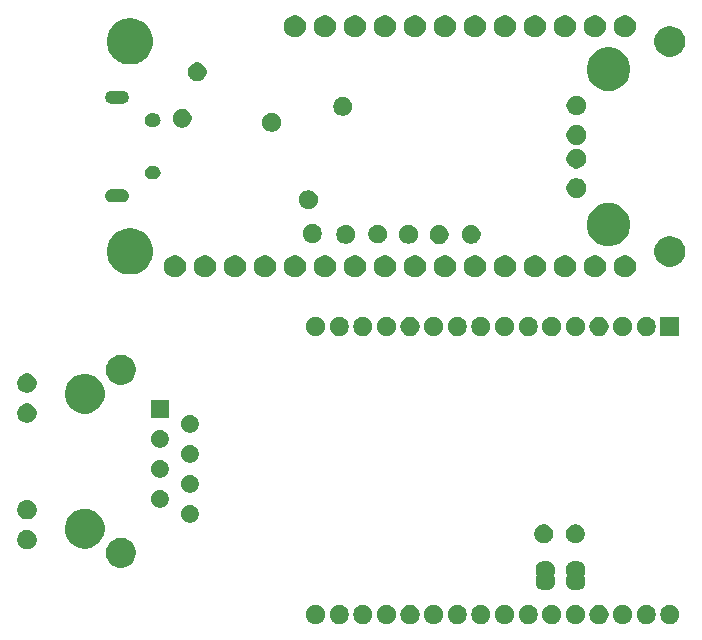
<source format=gbs>
G04 #@! TF.GenerationSoftware,KiCad,Pcbnew,(5.1.5)-3*
G04 #@! TF.CreationDate,2020-04-21T19:07:55+10:00*
G04 #@! TF.ProjectId,Onion_Feather,4f6e696f-6e5f-4466-9561-746865722e6b,rev?*
G04 #@! TF.SameCoordinates,Original*
G04 #@! TF.FileFunction,Soldermask,Bot*
G04 #@! TF.FilePolarity,Negative*
%FSLAX46Y46*%
G04 Gerber Fmt 4.6, Leading zero omitted, Abs format (unit mm)*
G04 Created by KiCad (PCBNEW (5.1.5)-3) date 2020-04-21 19:07:55*
%MOMM*%
%LPD*%
G04 APERTURE LIST*
%ADD10C,0.100000*%
G04 APERTURE END LIST*
D10*
G36*
X135337142Y-111248242D02*
G01*
X135485101Y-111309529D01*
X135618255Y-111398499D01*
X135731501Y-111511745D01*
X135820471Y-111644899D01*
X135881758Y-111792858D01*
X135913000Y-111949925D01*
X135913000Y-112110075D01*
X135881758Y-112267142D01*
X135820471Y-112415101D01*
X135731501Y-112548255D01*
X135618255Y-112661501D01*
X135485101Y-112750471D01*
X135337142Y-112811758D01*
X135180075Y-112843000D01*
X135019925Y-112843000D01*
X134862858Y-112811758D01*
X134714899Y-112750471D01*
X134581745Y-112661501D01*
X134468499Y-112548255D01*
X134379529Y-112415101D01*
X134318242Y-112267142D01*
X134287000Y-112110075D01*
X134287000Y-111949925D01*
X134318242Y-111792858D01*
X134379529Y-111644899D01*
X134468499Y-111511745D01*
X134581745Y-111398499D01*
X134714899Y-111309529D01*
X134862858Y-111248242D01*
X135019925Y-111217000D01*
X135180075Y-111217000D01*
X135337142Y-111248242D01*
G37*
G36*
X151337142Y-111248242D02*
G01*
X151485101Y-111309529D01*
X151618255Y-111398499D01*
X151731501Y-111511745D01*
X151820471Y-111644899D01*
X151881758Y-111792858D01*
X151913000Y-111949925D01*
X151913000Y-112110075D01*
X151881758Y-112267142D01*
X151820471Y-112415101D01*
X151731501Y-112548255D01*
X151618255Y-112661501D01*
X151485101Y-112750471D01*
X151337142Y-112811758D01*
X151180075Y-112843000D01*
X151019925Y-112843000D01*
X150862858Y-112811758D01*
X150714899Y-112750471D01*
X150581745Y-112661501D01*
X150468499Y-112548255D01*
X150379529Y-112415101D01*
X150318242Y-112267142D01*
X150287000Y-112110075D01*
X150287000Y-111949925D01*
X150318242Y-111792858D01*
X150379529Y-111644899D01*
X150468499Y-111511745D01*
X150581745Y-111398499D01*
X150714899Y-111309529D01*
X150862858Y-111248242D01*
X151019925Y-111217000D01*
X151180075Y-111217000D01*
X151337142Y-111248242D01*
G37*
G36*
X137337142Y-111248242D02*
G01*
X137485101Y-111309529D01*
X137618255Y-111398499D01*
X137731501Y-111511745D01*
X137820471Y-111644899D01*
X137881758Y-111792858D01*
X137913000Y-111949925D01*
X137913000Y-112110075D01*
X137881758Y-112267142D01*
X137820471Y-112415101D01*
X137731501Y-112548255D01*
X137618255Y-112661501D01*
X137485101Y-112750471D01*
X137337142Y-112811758D01*
X137180075Y-112843000D01*
X137019925Y-112843000D01*
X136862858Y-112811758D01*
X136714899Y-112750471D01*
X136581745Y-112661501D01*
X136468499Y-112548255D01*
X136379529Y-112415101D01*
X136318242Y-112267142D01*
X136287000Y-112110075D01*
X136287000Y-111949925D01*
X136318242Y-111792858D01*
X136379529Y-111644899D01*
X136468499Y-111511745D01*
X136581745Y-111398499D01*
X136714899Y-111309529D01*
X136862858Y-111248242D01*
X137019925Y-111217000D01*
X137180075Y-111217000D01*
X137337142Y-111248242D01*
G37*
G36*
X139337142Y-111248242D02*
G01*
X139485101Y-111309529D01*
X139618255Y-111398499D01*
X139731501Y-111511745D01*
X139820471Y-111644899D01*
X139881758Y-111792858D01*
X139913000Y-111949925D01*
X139913000Y-112110075D01*
X139881758Y-112267142D01*
X139820471Y-112415101D01*
X139731501Y-112548255D01*
X139618255Y-112661501D01*
X139485101Y-112750471D01*
X139337142Y-112811758D01*
X139180075Y-112843000D01*
X139019925Y-112843000D01*
X138862858Y-112811758D01*
X138714899Y-112750471D01*
X138581745Y-112661501D01*
X138468499Y-112548255D01*
X138379529Y-112415101D01*
X138318242Y-112267142D01*
X138287000Y-112110075D01*
X138287000Y-111949925D01*
X138318242Y-111792858D01*
X138379529Y-111644899D01*
X138468499Y-111511745D01*
X138581745Y-111398499D01*
X138714899Y-111309529D01*
X138862858Y-111248242D01*
X139019925Y-111217000D01*
X139180075Y-111217000D01*
X139337142Y-111248242D01*
G37*
G36*
X141337142Y-111248242D02*
G01*
X141485101Y-111309529D01*
X141618255Y-111398499D01*
X141731501Y-111511745D01*
X141820471Y-111644899D01*
X141881758Y-111792858D01*
X141913000Y-111949925D01*
X141913000Y-112110075D01*
X141881758Y-112267142D01*
X141820471Y-112415101D01*
X141731501Y-112548255D01*
X141618255Y-112661501D01*
X141485101Y-112750471D01*
X141337142Y-112811758D01*
X141180075Y-112843000D01*
X141019925Y-112843000D01*
X140862858Y-112811758D01*
X140714899Y-112750471D01*
X140581745Y-112661501D01*
X140468499Y-112548255D01*
X140379529Y-112415101D01*
X140318242Y-112267142D01*
X140287000Y-112110075D01*
X140287000Y-111949925D01*
X140318242Y-111792858D01*
X140379529Y-111644899D01*
X140468499Y-111511745D01*
X140581745Y-111398499D01*
X140714899Y-111309529D01*
X140862858Y-111248242D01*
X141019925Y-111217000D01*
X141180075Y-111217000D01*
X141337142Y-111248242D01*
G37*
G36*
X143337142Y-111248242D02*
G01*
X143485101Y-111309529D01*
X143618255Y-111398499D01*
X143731501Y-111511745D01*
X143820471Y-111644899D01*
X143881758Y-111792858D01*
X143913000Y-111949925D01*
X143913000Y-112110075D01*
X143881758Y-112267142D01*
X143820471Y-112415101D01*
X143731501Y-112548255D01*
X143618255Y-112661501D01*
X143485101Y-112750471D01*
X143337142Y-112811758D01*
X143180075Y-112843000D01*
X143019925Y-112843000D01*
X142862858Y-112811758D01*
X142714899Y-112750471D01*
X142581745Y-112661501D01*
X142468499Y-112548255D01*
X142379529Y-112415101D01*
X142318242Y-112267142D01*
X142287000Y-112110075D01*
X142287000Y-111949925D01*
X142318242Y-111792858D01*
X142379529Y-111644899D01*
X142468499Y-111511745D01*
X142581745Y-111398499D01*
X142714899Y-111309529D01*
X142862858Y-111248242D01*
X143019925Y-111217000D01*
X143180075Y-111217000D01*
X143337142Y-111248242D01*
G37*
G36*
X145337142Y-111248242D02*
G01*
X145485101Y-111309529D01*
X145618255Y-111398499D01*
X145731501Y-111511745D01*
X145820471Y-111644899D01*
X145881758Y-111792858D01*
X145913000Y-111949925D01*
X145913000Y-112110075D01*
X145881758Y-112267142D01*
X145820471Y-112415101D01*
X145731501Y-112548255D01*
X145618255Y-112661501D01*
X145485101Y-112750471D01*
X145337142Y-112811758D01*
X145180075Y-112843000D01*
X145019925Y-112843000D01*
X144862858Y-112811758D01*
X144714899Y-112750471D01*
X144581745Y-112661501D01*
X144468499Y-112548255D01*
X144379529Y-112415101D01*
X144318242Y-112267142D01*
X144287000Y-112110075D01*
X144287000Y-111949925D01*
X144318242Y-111792858D01*
X144379529Y-111644899D01*
X144468499Y-111511745D01*
X144581745Y-111398499D01*
X144714899Y-111309529D01*
X144862858Y-111248242D01*
X145019925Y-111217000D01*
X145180075Y-111217000D01*
X145337142Y-111248242D01*
G37*
G36*
X147337142Y-111248242D02*
G01*
X147485101Y-111309529D01*
X147618255Y-111398499D01*
X147731501Y-111511745D01*
X147820471Y-111644899D01*
X147881758Y-111792858D01*
X147913000Y-111949925D01*
X147913000Y-112110075D01*
X147881758Y-112267142D01*
X147820471Y-112415101D01*
X147731501Y-112548255D01*
X147618255Y-112661501D01*
X147485101Y-112750471D01*
X147337142Y-112811758D01*
X147180075Y-112843000D01*
X147019925Y-112843000D01*
X146862858Y-112811758D01*
X146714899Y-112750471D01*
X146581745Y-112661501D01*
X146468499Y-112548255D01*
X146379529Y-112415101D01*
X146318242Y-112267142D01*
X146287000Y-112110075D01*
X146287000Y-111949925D01*
X146318242Y-111792858D01*
X146379529Y-111644899D01*
X146468499Y-111511745D01*
X146581745Y-111398499D01*
X146714899Y-111309529D01*
X146862858Y-111248242D01*
X147019925Y-111217000D01*
X147180075Y-111217000D01*
X147337142Y-111248242D01*
G37*
G36*
X153337142Y-111248242D02*
G01*
X153485101Y-111309529D01*
X153618255Y-111398499D01*
X153731501Y-111511745D01*
X153820471Y-111644899D01*
X153881758Y-111792858D01*
X153913000Y-111949925D01*
X153913000Y-112110075D01*
X153881758Y-112267142D01*
X153820471Y-112415101D01*
X153731501Y-112548255D01*
X153618255Y-112661501D01*
X153485101Y-112750471D01*
X153337142Y-112811758D01*
X153180075Y-112843000D01*
X153019925Y-112843000D01*
X152862858Y-112811758D01*
X152714899Y-112750471D01*
X152581745Y-112661501D01*
X152468499Y-112548255D01*
X152379529Y-112415101D01*
X152318242Y-112267142D01*
X152287000Y-112110075D01*
X152287000Y-111949925D01*
X152318242Y-111792858D01*
X152379529Y-111644899D01*
X152468499Y-111511745D01*
X152581745Y-111398499D01*
X152714899Y-111309529D01*
X152862858Y-111248242D01*
X153019925Y-111217000D01*
X153180075Y-111217000D01*
X153337142Y-111248242D01*
G37*
G36*
X165337142Y-111248242D02*
G01*
X165485101Y-111309529D01*
X165618255Y-111398499D01*
X165731501Y-111511745D01*
X165820471Y-111644899D01*
X165881758Y-111792858D01*
X165913000Y-111949925D01*
X165913000Y-112110075D01*
X165881758Y-112267142D01*
X165820471Y-112415101D01*
X165731501Y-112548255D01*
X165618255Y-112661501D01*
X165485101Y-112750471D01*
X165337142Y-112811758D01*
X165180075Y-112843000D01*
X165019925Y-112843000D01*
X164862858Y-112811758D01*
X164714899Y-112750471D01*
X164581745Y-112661501D01*
X164468499Y-112548255D01*
X164379529Y-112415101D01*
X164318242Y-112267142D01*
X164287000Y-112110075D01*
X164287000Y-111949925D01*
X164318242Y-111792858D01*
X164379529Y-111644899D01*
X164468499Y-111511745D01*
X164581745Y-111398499D01*
X164714899Y-111309529D01*
X164862858Y-111248242D01*
X165019925Y-111217000D01*
X165180075Y-111217000D01*
X165337142Y-111248242D01*
G37*
G36*
X163337142Y-111248242D02*
G01*
X163485101Y-111309529D01*
X163618255Y-111398499D01*
X163731501Y-111511745D01*
X163820471Y-111644899D01*
X163881758Y-111792858D01*
X163913000Y-111949925D01*
X163913000Y-112110075D01*
X163881758Y-112267142D01*
X163820471Y-112415101D01*
X163731501Y-112548255D01*
X163618255Y-112661501D01*
X163485101Y-112750471D01*
X163337142Y-112811758D01*
X163180075Y-112843000D01*
X163019925Y-112843000D01*
X162862858Y-112811758D01*
X162714899Y-112750471D01*
X162581745Y-112661501D01*
X162468499Y-112548255D01*
X162379529Y-112415101D01*
X162318242Y-112267142D01*
X162287000Y-112110075D01*
X162287000Y-111949925D01*
X162318242Y-111792858D01*
X162379529Y-111644899D01*
X162468499Y-111511745D01*
X162581745Y-111398499D01*
X162714899Y-111309529D01*
X162862858Y-111248242D01*
X163019925Y-111217000D01*
X163180075Y-111217000D01*
X163337142Y-111248242D01*
G37*
G36*
X161337142Y-111248242D02*
G01*
X161485101Y-111309529D01*
X161618255Y-111398499D01*
X161731501Y-111511745D01*
X161820471Y-111644899D01*
X161881758Y-111792858D01*
X161913000Y-111949925D01*
X161913000Y-112110075D01*
X161881758Y-112267142D01*
X161820471Y-112415101D01*
X161731501Y-112548255D01*
X161618255Y-112661501D01*
X161485101Y-112750471D01*
X161337142Y-112811758D01*
X161180075Y-112843000D01*
X161019925Y-112843000D01*
X160862858Y-112811758D01*
X160714899Y-112750471D01*
X160581745Y-112661501D01*
X160468499Y-112548255D01*
X160379529Y-112415101D01*
X160318242Y-112267142D01*
X160287000Y-112110075D01*
X160287000Y-111949925D01*
X160318242Y-111792858D01*
X160379529Y-111644899D01*
X160468499Y-111511745D01*
X160581745Y-111398499D01*
X160714899Y-111309529D01*
X160862858Y-111248242D01*
X161019925Y-111217000D01*
X161180075Y-111217000D01*
X161337142Y-111248242D01*
G37*
G36*
X157337142Y-111248242D02*
G01*
X157485101Y-111309529D01*
X157618255Y-111398499D01*
X157731501Y-111511745D01*
X157820471Y-111644899D01*
X157881758Y-111792858D01*
X157913000Y-111949925D01*
X157913000Y-112110075D01*
X157881758Y-112267142D01*
X157820471Y-112415101D01*
X157731501Y-112548255D01*
X157618255Y-112661501D01*
X157485101Y-112750471D01*
X157337142Y-112811758D01*
X157180075Y-112843000D01*
X157019925Y-112843000D01*
X156862858Y-112811758D01*
X156714899Y-112750471D01*
X156581745Y-112661501D01*
X156468499Y-112548255D01*
X156379529Y-112415101D01*
X156318242Y-112267142D01*
X156287000Y-112110075D01*
X156287000Y-111949925D01*
X156318242Y-111792858D01*
X156379529Y-111644899D01*
X156468499Y-111511745D01*
X156581745Y-111398499D01*
X156714899Y-111309529D01*
X156862858Y-111248242D01*
X157019925Y-111217000D01*
X157180075Y-111217000D01*
X157337142Y-111248242D01*
G37*
G36*
X149337142Y-111248242D02*
G01*
X149485101Y-111309529D01*
X149618255Y-111398499D01*
X149731501Y-111511745D01*
X149820471Y-111644899D01*
X149881758Y-111792858D01*
X149913000Y-111949925D01*
X149913000Y-112110075D01*
X149881758Y-112267142D01*
X149820471Y-112415101D01*
X149731501Y-112548255D01*
X149618255Y-112661501D01*
X149485101Y-112750471D01*
X149337142Y-112811758D01*
X149180075Y-112843000D01*
X149019925Y-112843000D01*
X148862858Y-112811758D01*
X148714899Y-112750471D01*
X148581745Y-112661501D01*
X148468499Y-112548255D01*
X148379529Y-112415101D01*
X148318242Y-112267142D01*
X148287000Y-112110075D01*
X148287000Y-111949925D01*
X148318242Y-111792858D01*
X148379529Y-111644899D01*
X148468499Y-111511745D01*
X148581745Y-111398499D01*
X148714899Y-111309529D01*
X148862858Y-111248242D01*
X149019925Y-111217000D01*
X149180075Y-111217000D01*
X149337142Y-111248242D01*
G37*
G36*
X159337142Y-111248242D02*
G01*
X159485101Y-111309529D01*
X159618255Y-111398499D01*
X159731501Y-111511745D01*
X159820471Y-111644899D01*
X159881758Y-111792858D01*
X159913000Y-111949925D01*
X159913000Y-112110075D01*
X159881758Y-112267142D01*
X159820471Y-112415101D01*
X159731501Y-112548255D01*
X159618255Y-112661501D01*
X159485101Y-112750471D01*
X159337142Y-112811758D01*
X159180075Y-112843000D01*
X159019925Y-112843000D01*
X158862858Y-112811758D01*
X158714899Y-112750471D01*
X158581745Y-112661501D01*
X158468499Y-112548255D01*
X158379529Y-112415101D01*
X158318242Y-112267142D01*
X158287000Y-112110075D01*
X158287000Y-111949925D01*
X158318242Y-111792858D01*
X158379529Y-111644899D01*
X158468499Y-111511745D01*
X158581745Y-111398499D01*
X158714899Y-111309529D01*
X158862858Y-111248242D01*
X159019925Y-111217000D01*
X159180075Y-111217000D01*
X159337142Y-111248242D01*
G37*
G36*
X155337142Y-111248242D02*
G01*
X155485101Y-111309529D01*
X155618255Y-111398499D01*
X155731501Y-111511745D01*
X155820471Y-111644899D01*
X155881758Y-111792858D01*
X155913000Y-111949925D01*
X155913000Y-112110075D01*
X155881758Y-112267142D01*
X155820471Y-112415101D01*
X155731501Y-112548255D01*
X155618255Y-112661501D01*
X155485101Y-112750471D01*
X155337142Y-112811758D01*
X155180075Y-112843000D01*
X155019925Y-112843000D01*
X154862858Y-112811758D01*
X154714899Y-112750471D01*
X154581745Y-112661501D01*
X154468499Y-112548255D01*
X154379529Y-112415101D01*
X154318242Y-112267142D01*
X154287000Y-112110075D01*
X154287000Y-111949925D01*
X154318242Y-111792858D01*
X154379529Y-111644899D01*
X154468499Y-111511745D01*
X154581745Y-111398499D01*
X154714899Y-111309529D01*
X154862858Y-111248242D01*
X155019925Y-111217000D01*
X155180075Y-111217000D01*
X155337142Y-111248242D01*
G37*
G36*
X157387199Y-107524954D02*
G01*
X157399450Y-107525556D01*
X157417869Y-107525556D01*
X157440149Y-107527750D01*
X157524233Y-107544476D01*
X157545660Y-107550976D01*
X157624858Y-107583780D01*
X157630303Y-107586691D01*
X157630309Y-107586693D01*
X157639169Y-107591429D01*
X157639173Y-107591432D01*
X157644614Y-107594340D01*
X157715899Y-107641971D01*
X157733204Y-107656172D01*
X157793828Y-107716796D01*
X157808029Y-107734101D01*
X157855660Y-107805386D01*
X157858568Y-107810827D01*
X157858571Y-107810831D01*
X157863307Y-107819691D01*
X157863309Y-107819697D01*
X157866220Y-107825142D01*
X157899024Y-107904340D01*
X157905524Y-107925767D01*
X157922250Y-108009851D01*
X157924444Y-108032131D01*
X157924444Y-108050550D01*
X157925046Y-108062801D01*
X157926852Y-108081139D01*
X157926852Y-108568860D01*
X157925263Y-108584999D01*
X157922348Y-108594608D01*
X157917610Y-108603472D01*
X157911237Y-108611237D01*
X157898794Y-108621448D01*
X157888425Y-108628378D01*
X157871098Y-108645705D01*
X157857485Y-108666080D01*
X157848109Y-108688720D01*
X157843329Y-108712753D01*
X157843330Y-108737257D01*
X157848112Y-108761290D01*
X157857490Y-108783929D01*
X157871105Y-108804302D01*
X157888432Y-108821629D01*
X157898802Y-108828558D01*
X157911237Y-108838763D01*
X157917610Y-108846528D01*
X157922348Y-108855392D01*
X157925263Y-108865001D01*
X157926852Y-108881140D01*
X157926852Y-109368862D01*
X157925046Y-109387199D01*
X157924444Y-109399450D01*
X157924444Y-109417869D01*
X157922250Y-109440149D01*
X157905524Y-109524233D01*
X157899024Y-109545660D01*
X157866220Y-109624858D01*
X157863309Y-109630303D01*
X157863307Y-109630309D01*
X157858571Y-109639169D01*
X157858568Y-109639173D01*
X157855660Y-109644614D01*
X157808029Y-109715899D01*
X157793828Y-109733204D01*
X157733204Y-109793828D01*
X157715899Y-109808029D01*
X157644614Y-109855660D01*
X157639173Y-109858568D01*
X157639169Y-109858571D01*
X157630309Y-109863307D01*
X157630303Y-109863309D01*
X157624858Y-109866220D01*
X157545660Y-109899024D01*
X157524233Y-109905524D01*
X157440149Y-109922250D01*
X157417869Y-109924444D01*
X157399450Y-109924444D01*
X157387199Y-109925046D01*
X157368862Y-109926852D01*
X156881138Y-109926852D01*
X156862801Y-109925046D01*
X156850550Y-109924444D01*
X156832131Y-109924444D01*
X156809851Y-109922250D01*
X156725767Y-109905524D01*
X156704340Y-109899024D01*
X156625142Y-109866220D01*
X156619697Y-109863309D01*
X156619691Y-109863307D01*
X156610831Y-109858571D01*
X156610827Y-109858568D01*
X156605386Y-109855660D01*
X156534101Y-109808029D01*
X156516796Y-109793828D01*
X156456172Y-109733204D01*
X156441971Y-109715899D01*
X156394340Y-109644614D01*
X156391432Y-109639173D01*
X156391429Y-109639169D01*
X156386693Y-109630309D01*
X156386691Y-109630303D01*
X156383780Y-109624858D01*
X156350976Y-109545660D01*
X156344476Y-109524233D01*
X156327750Y-109440149D01*
X156325556Y-109417869D01*
X156325556Y-109399450D01*
X156324954Y-109387199D01*
X156323148Y-109368862D01*
X156323148Y-108881140D01*
X156324737Y-108865001D01*
X156327652Y-108855392D01*
X156332390Y-108846528D01*
X156338763Y-108838763D01*
X156351206Y-108828552D01*
X156361575Y-108821622D01*
X156378902Y-108804295D01*
X156392515Y-108783920D01*
X156401891Y-108761280D01*
X156406671Y-108737247D01*
X156406670Y-108712743D01*
X156401888Y-108688710D01*
X156392510Y-108666071D01*
X156378895Y-108645698D01*
X156361568Y-108628371D01*
X156351198Y-108621442D01*
X156338763Y-108611237D01*
X156332390Y-108603472D01*
X156327652Y-108594608D01*
X156324737Y-108584999D01*
X156323148Y-108568860D01*
X156323148Y-108081139D01*
X156324954Y-108062801D01*
X156325556Y-108050550D01*
X156325556Y-108032131D01*
X156327750Y-108009851D01*
X156344476Y-107925767D01*
X156350976Y-107904340D01*
X156383780Y-107825142D01*
X156386691Y-107819697D01*
X156386693Y-107819691D01*
X156391429Y-107810831D01*
X156391432Y-107810827D01*
X156394340Y-107805386D01*
X156441971Y-107734101D01*
X156456172Y-107716796D01*
X156516796Y-107656172D01*
X156534101Y-107641971D01*
X156605386Y-107594340D01*
X156610827Y-107591432D01*
X156610831Y-107591429D01*
X156619691Y-107586693D01*
X156619697Y-107586691D01*
X156625142Y-107583780D01*
X156704340Y-107550976D01*
X156725767Y-107544476D01*
X156809851Y-107527750D01*
X156832131Y-107525556D01*
X156850550Y-107525556D01*
X156862801Y-107524954D01*
X156881139Y-107523148D01*
X157368861Y-107523148D01*
X157387199Y-107524954D01*
G37*
G36*
X154812199Y-107524954D02*
G01*
X154824450Y-107525556D01*
X154842869Y-107525556D01*
X154865149Y-107527750D01*
X154949233Y-107544476D01*
X154970660Y-107550976D01*
X155049858Y-107583780D01*
X155055303Y-107586691D01*
X155055309Y-107586693D01*
X155064169Y-107591429D01*
X155064173Y-107591432D01*
X155069614Y-107594340D01*
X155140899Y-107641971D01*
X155158204Y-107656172D01*
X155218828Y-107716796D01*
X155233029Y-107734101D01*
X155280660Y-107805386D01*
X155283568Y-107810827D01*
X155283571Y-107810831D01*
X155288307Y-107819691D01*
X155288309Y-107819697D01*
X155291220Y-107825142D01*
X155324024Y-107904340D01*
X155330524Y-107925767D01*
X155347250Y-108009851D01*
X155349444Y-108032131D01*
X155349444Y-108050550D01*
X155350046Y-108062801D01*
X155351852Y-108081139D01*
X155351852Y-108568860D01*
X155350263Y-108584999D01*
X155347348Y-108594608D01*
X155342610Y-108603472D01*
X155336237Y-108611237D01*
X155323794Y-108621448D01*
X155313425Y-108628378D01*
X155296098Y-108645705D01*
X155282485Y-108666080D01*
X155273109Y-108688720D01*
X155268329Y-108712753D01*
X155268330Y-108737257D01*
X155273112Y-108761290D01*
X155282490Y-108783929D01*
X155296105Y-108804302D01*
X155313432Y-108821629D01*
X155323802Y-108828558D01*
X155336237Y-108838763D01*
X155342610Y-108846528D01*
X155347348Y-108855392D01*
X155350263Y-108865001D01*
X155351852Y-108881140D01*
X155351852Y-109368862D01*
X155350046Y-109387199D01*
X155349444Y-109399450D01*
X155349444Y-109417869D01*
X155347250Y-109440149D01*
X155330524Y-109524233D01*
X155324024Y-109545660D01*
X155291220Y-109624858D01*
X155288309Y-109630303D01*
X155288307Y-109630309D01*
X155283571Y-109639169D01*
X155283568Y-109639173D01*
X155280660Y-109644614D01*
X155233029Y-109715899D01*
X155218828Y-109733204D01*
X155158204Y-109793828D01*
X155140899Y-109808029D01*
X155069614Y-109855660D01*
X155064173Y-109858568D01*
X155064169Y-109858571D01*
X155055309Y-109863307D01*
X155055303Y-109863309D01*
X155049858Y-109866220D01*
X154970660Y-109899024D01*
X154949233Y-109905524D01*
X154865149Y-109922250D01*
X154842869Y-109924444D01*
X154824450Y-109924444D01*
X154812199Y-109925046D01*
X154793862Y-109926852D01*
X154306138Y-109926852D01*
X154287801Y-109925046D01*
X154275550Y-109924444D01*
X154257131Y-109924444D01*
X154234851Y-109922250D01*
X154150767Y-109905524D01*
X154129340Y-109899024D01*
X154050142Y-109866220D01*
X154044697Y-109863309D01*
X154044691Y-109863307D01*
X154035831Y-109858571D01*
X154035827Y-109858568D01*
X154030386Y-109855660D01*
X153959101Y-109808029D01*
X153941796Y-109793828D01*
X153881172Y-109733204D01*
X153866971Y-109715899D01*
X153819340Y-109644614D01*
X153816432Y-109639173D01*
X153816429Y-109639169D01*
X153811693Y-109630309D01*
X153811691Y-109630303D01*
X153808780Y-109624858D01*
X153775976Y-109545660D01*
X153769476Y-109524233D01*
X153752750Y-109440149D01*
X153750556Y-109417869D01*
X153750556Y-109399450D01*
X153749954Y-109387199D01*
X153748148Y-109368862D01*
X153748148Y-108881140D01*
X153749737Y-108865001D01*
X153752652Y-108855392D01*
X153757390Y-108846528D01*
X153763763Y-108838763D01*
X153776206Y-108828552D01*
X153786575Y-108821622D01*
X153803902Y-108804295D01*
X153817515Y-108783920D01*
X153826891Y-108761280D01*
X153831671Y-108737247D01*
X153831670Y-108712743D01*
X153826888Y-108688710D01*
X153817510Y-108666071D01*
X153803895Y-108645698D01*
X153786568Y-108628371D01*
X153776198Y-108621442D01*
X153763763Y-108611237D01*
X153757390Y-108603472D01*
X153752652Y-108594608D01*
X153749737Y-108584999D01*
X153748148Y-108568860D01*
X153748148Y-108081139D01*
X153749954Y-108062801D01*
X153750556Y-108050550D01*
X153750556Y-108032131D01*
X153752750Y-108009851D01*
X153769476Y-107925767D01*
X153775976Y-107904340D01*
X153808780Y-107825142D01*
X153811691Y-107819697D01*
X153811693Y-107819691D01*
X153816429Y-107810831D01*
X153816432Y-107810827D01*
X153819340Y-107805386D01*
X153866971Y-107734101D01*
X153881172Y-107716796D01*
X153941796Y-107656172D01*
X153959101Y-107641971D01*
X154030386Y-107594340D01*
X154035827Y-107591432D01*
X154035831Y-107591429D01*
X154044691Y-107586693D01*
X154044697Y-107586691D01*
X154050142Y-107583780D01*
X154129340Y-107550976D01*
X154150767Y-107544476D01*
X154234851Y-107527750D01*
X154257131Y-107525556D01*
X154275550Y-107525556D01*
X154287801Y-107524954D01*
X154306139Y-107523148D01*
X154793861Y-107523148D01*
X154812199Y-107524954D01*
G37*
G36*
X118991465Y-105580439D02*
G01*
X119223227Y-105676438D01*
X119223228Y-105676439D01*
X119431809Y-105815808D01*
X119609192Y-105993191D01*
X119661530Y-106071521D01*
X119748562Y-106201773D01*
X119844561Y-106433535D01*
X119893500Y-106679570D01*
X119893500Y-106930430D01*
X119844561Y-107176465D01*
X119748562Y-107408227D01*
X119748561Y-107408228D01*
X119609192Y-107616809D01*
X119431809Y-107794192D01*
X119415056Y-107805386D01*
X119223227Y-107933562D01*
X118991465Y-108029561D01*
X118745430Y-108078500D01*
X118494570Y-108078500D01*
X118248535Y-108029561D01*
X118016773Y-107933562D01*
X117824944Y-107805386D01*
X117808191Y-107794192D01*
X117630808Y-107616809D01*
X117491439Y-107408228D01*
X117491438Y-107408227D01*
X117395439Y-107176465D01*
X117346500Y-106930430D01*
X117346500Y-106679570D01*
X117395439Y-106433535D01*
X117491438Y-106201773D01*
X117578470Y-106071521D01*
X117630808Y-105993191D01*
X117808191Y-105815808D01*
X118016772Y-105676439D01*
X118016773Y-105676438D01*
X118248535Y-105580439D01*
X118494570Y-105531500D01*
X118745430Y-105531500D01*
X118991465Y-105580439D01*
G37*
G36*
X110908017Y-104900358D02*
G01*
X110982270Y-104931115D01*
X111056521Y-104961870D01*
X111089933Y-104984196D01*
X111190167Y-105051169D01*
X111303831Y-105164833D01*
X111370005Y-105263870D01*
X111393130Y-105298479D01*
X111423885Y-105372730D01*
X111454642Y-105446983D01*
X111486000Y-105604630D01*
X111486000Y-105765370D01*
X111454642Y-105923017D01*
X111435090Y-105970219D01*
X111393130Y-106071521D01*
X111393129Y-106071522D01*
X111303831Y-106205167D01*
X111190167Y-106318831D01*
X111089933Y-106385805D01*
X111056521Y-106408130D01*
X110995189Y-106433534D01*
X110908017Y-106469642D01*
X110750370Y-106501000D01*
X110589630Y-106501000D01*
X110431983Y-106469642D01*
X110344811Y-106433534D01*
X110283479Y-106408130D01*
X110250067Y-106385805D01*
X110149833Y-106318831D01*
X110036169Y-106205167D01*
X109946871Y-106071522D01*
X109946870Y-106071521D01*
X109904910Y-105970219D01*
X109885358Y-105923017D01*
X109854000Y-105765370D01*
X109854000Y-105604630D01*
X109885358Y-105446983D01*
X109916115Y-105372730D01*
X109946870Y-105298479D01*
X109969995Y-105263870D01*
X110036169Y-105164833D01*
X110149833Y-105051169D01*
X110250067Y-104984196D01*
X110283479Y-104961870D01*
X110431983Y-104900358D01*
X110589630Y-104869000D01*
X110750370Y-104869000D01*
X110908017Y-104900358D01*
G37*
G36*
X115896971Y-103131204D02*
G01*
X116058871Y-103163408D01*
X116363883Y-103289748D01*
X116638387Y-103473166D01*
X116871834Y-103706613D01*
X117055252Y-103981117D01*
X117181592Y-104286129D01*
X117181592Y-104286130D01*
X117246000Y-104609927D01*
X117246000Y-104940073D01*
X117223901Y-105051169D01*
X117181592Y-105263871D01*
X117055252Y-105568883D01*
X116871834Y-105843387D01*
X116638387Y-106076834D01*
X116363883Y-106260252D01*
X116058871Y-106386592D01*
X115896971Y-106418796D01*
X115735073Y-106451000D01*
X115404927Y-106451000D01*
X115243029Y-106418796D01*
X115081129Y-106386592D01*
X114776117Y-106260252D01*
X114501613Y-106076834D01*
X114268166Y-105843387D01*
X114084748Y-105568883D01*
X113958408Y-105263871D01*
X113916099Y-105051169D01*
X113894000Y-104940073D01*
X113894000Y-104609927D01*
X113958408Y-104286130D01*
X113958408Y-104286129D01*
X114084748Y-103981117D01*
X114268166Y-103706613D01*
X114501613Y-103473166D01*
X114776117Y-103289748D01*
X115081129Y-103163408D01*
X115243029Y-103131204D01*
X115404927Y-103099000D01*
X115735073Y-103099000D01*
X115896971Y-103131204D01*
G37*
G36*
X154658642Y-104429781D02*
G01*
X154804414Y-104490162D01*
X154804416Y-104490163D01*
X154935608Y-104577822D01*
X155047178Y-104689392D01*
X155134837Y-104820584D01*
X155134838Y-104820586D01*
X155195219Y-104966358D01*
X155226000Y-105121107D01*
X155226000Y-105278893D01*
X155195219Y-105433642D01*
X155139200Y-105568883D01*
X155134837Y-105579416D01*
X155047178Y-105710608D01*
X154935608Y-105822178D01*
X154804416Y-105909837D01*
X154804415Y-105909838D01*
X154804414Y-105909838D01*
X154658642Y-105970219D01*
X154503893Y-106001000D01*
X154346107Y-106001000D01*
X154191358Y-105970219D01*
X154045586Y-105909838D01*
X154045585Y-105909838D01*
X154045584Y-105909837D01*
X153914392Y-105822178D01*
X153802822Y-105710608D01*
X153715163Y-105579416D01*
X153710800Y-105568883D01*
X153654781Y-105433642D01*
X153624000Y-105278893D01*
X153624000Y-105121107D01*
X153654781Y-104966358D01*
X153715162Y-104820586D01*
X153715163Y-104820584D01*
X153802822Y-104689392D01*
X153914392Y-104577822D01*
X154045584Y-104490163D01*
X154045586Y-104490162D01*
X154191358Y-104429781D01*
X154346107Y-104399000D01*
X154503893Y-104399000D01*
X154658642Y-104429781D01*
G37*
G36*
X157333642Y-104429781D02*
G01*
X157479414Y-104490162D01*
X157479416Y-104490163D01*
X157610608Y-104577822D01*
X157722178Y-104689392D01*
X157809837Y-104820584D01*
X157809838Y-104820586D01*
X157870219Y-104966358D01*
X157901000Y-105121107D01*
X157901000Y-105278893D01*
X157870219Y-105433642D01*
X157814200Y-105568883D01*
X157809837Y-105579416D01*
X157722178Y-105710608D01*
X157610608Y-105822178D01*
X157479416Y-105909837D01*
X157479415Y-105909838D01*
X157479414Y-105909838D01*
X157333642Y-105970219D01*
X157178893Y-106001000D01*
X157021107Y-106001000D01*
X156866358Y-105970219D01*
X156720586Y-105909838D01*
X156720585Y-105909838D01*
X156720584Y-105909837D01*
X156589392Y-105822178D01*
X156477822Y-105710608D01*
X156390163Y-105579416D01*
X156385800Y-105568883D01*
X156329781Y-105433642D01*
X156299000Y-105278893D01*
X156299000Y-105121107D01*
X156329781Y-104966358D01*
X156390162Y-104820586D01*
X156390163Y-104820584D01*
X156477822Y-104689392D01*
X156589392Y-104577822D01*
X156720584Y-104490163D01*
X156720586Y-104490162D01*
X156866358Y-104429781D01*
X157021107Y-104399000D01*
X157178893Y-104399000D01*
X157333642Y-104429781D01*
G37*
G36*
X124678766Y-102778821D02*
G01*
X124815257Y-102835358D01*
X124938097Y-102917437D01*
X125042563Y-103021903D01*
X125124642Y-103144743D01*
X125181179Y-103281234D01*
X125210000Y-103426130D01*
X125210000Y-103573870D01*
X125181179Y-103718766D01*
X125124642Y-103855257D01*
X125042563Y-103978097D01*
X124938097Y-104082563D01*
X124815257Y-104164642D01*
X124678766Y-104221179D01*
X124533870Y-104250000D01*
X124386130Y-104250000D01*
X124241234Y-104221179D01*
X124104743Y-104164642D01*
X123981903Y-104082563D01*
X123877437Y-103978097D01*
X123795358Y-103855257D01*
X123738821Y-103718766D01*
X123710000Y-103573870D01*
X123710000Y-103426130D01*
X123738821Y-103281234D01*
X123795358Y-103144743D01*
X123877437Y-103021903D01*
X123981903Y-102917437D01*
X124104743Y-102835358D01*
X124241234Y-102778821D01*
X124386130Y-102750000D01*
X124533870Y-102750000D01*
X124678766Y-102778821D01*
G37*
G36*
X110908017Y-102360358D02*
G01*
X110982270Y-102391115D01*
X111056521Y-102421870D01*
X111056522Y-102421871D01*
X111190167Y-102511169D01*
X111303831Y-102624833D01*
X111359466Y-102708097D01*
X111393130Y-102758479D01*
X111401556Y-102778822D01*
X111454642Y-102906983D01*
X111486000Y-103064630D01*
X111486000Y-103225370D01*
X111454642Y-103383017D01*
X111423885Y-103457270D01*
X111393130Y-103531521D01*
X111393129Y-103531522D01*
X111303831Y-103665167D01*
X111190167Y-103778831D01*
X111089933Y-103845804D01*
X111056521Y-103868130D01*
X110982270Y-103898885D01*
X110908017Y-103929642D01*
X110750370Y-103961000D01*
X110589630Y-103961000D01*
X110431983Y-103929642D01*
X110357730Y-103898885D01*
X110283479Y-103868130D01*
X110250067Y-103845804D01*
X110149833Y-103778831D01*
X110036169Y-103665167D01*
X109946871Y-103531522D01*
X109946870Y-103531521D01*
X109916115Y-103457270D01*
X109885358Y-103383017D01*
X109854000Y-103225370D01*
X109854000Y-103064630D01*
X109885358Y-102906983D01*
X109938444Y-102778822D01*
X109946870Y-102758479D01*
X109980534Y-102708097D01*
X110036169Y-102624833D01*
X110149833Y-102511169D01*
X110283478Y-102421871D01*
X110283479Y-102421870D01*
X110357730Y-102391115D01*
X110431983Y-102360358D01*
X110589630Y-102329000D01*
X110750370Y-102329000D01*
X110908017Y-102360358D01*
G37*
G36*
X122138766Y-101508821D02*
G01*
X122275257Y-101565358D01*
X122398097Y-101647437D01*
X122502563Y-101751903D01*
X122584642Y-101874743D01*
X122641179Y-102011234D01*
X122670000Y-102156130D01*
X122670000Y-102303870D01*
X122641179Y-102448766D01*
X122584642Y-102585257D01*
X122502563Y-102708097D01*
X122398097Y-102812563D01*
X122275257Y-102894642D01*
X122138766Y-102951179D01*
X121993870Y-102980000D01*
X121846130Y-102980000D01*
X121701234Y-102951179D01*
X121564743Y-102894642D01*
X121441903Y-102812563D01*
X121337437Y-102708097D01*
X121255358Y-102585257D01*
X121198821Y-102448766D01*
X121170000Y-102303870D01*
X121170000Y-102156130D01*
X121198821Y-102011234D01*
X121255358Y-101874743D01*
X121337437Y-101751903D01*
X121441903Y-101647437D01*
X121564743Y-101565358D01*
X121701234Y-101508821D01*
X121846130Y-101480000D01*
X121993870Y-101480000D01*
X122138766Y-101508821D01*
G37*
G36*
X124678766Y-100238821D02*
G01*
X124815257Y-100295358D01*
X124938097Y-100377437D01*
X125042563Y-100481903D01*
X125124642Y-100604743D01*
X125181179Y-100741234D01*
X125210000Y-100886130D01*
X125210000Y-101033870D01*
X125181179Y-101178766D01*
X125124642Y-101315257D01*
X125042563Y-101438097D01*
X124938097Y-101542563D01*
X124815257Y-101624642D01*
X124678766Y-101681179D01*
X124533870Y-101710000D01*
X124386130Y-101710000D01*
X124241234Y-101681179D01*
X124104743Y-101624642D01*
X123981903Y-101542563D01*
X123877437Y-101438097D01*
X123795358Y-101315257D01*
X123738821Y-101178766D01*
X123710000Y-101033870D01*
X123710000Y-100886130D01*
X123738821Y-100741234D01*
X123795358Y-100604743D01*
X123877437Y-100481903D01*
X123981903Y-100377437D01*
X124104743Y-100295358D01*
X124241234Y-100238821D01*
X124386130Y-100210000D01*
X124533870Y-100210000D01*
X124678766Y-100238821D01*
G37*
G36*
X122138766Y-98968821D02*
G01*
X122275257Y-99025358D01*
X122398097Y-99107437D01*
X122502563Y-99211903D01*
X122584642Y-99334743D01*
X122641179Y-99471234D01*
X122670000Y-99616130D01*
X122670000Y-99763870D01*
X122641179Y-99908766D01*
X122584642Y-100045257D01*
X122502563Y-100168097D01*
X122398097Y-100272563D01*
X122275257Y-100354642D01*
X122138766Y-100411179D01*
X121993870Y-100440000D01*
X121846130Y-100440000D01*
X121701234Y-100411179D01*
X121564743Y-100354642D01*
X121441903Y-100272563D01*
X121337437Y-100168097D01*
X121255358Y-100045257D01*
X121198821Y-99908766D01*
X121170000Y-99763870D01*
X121170000Y-99616130D01*
X121198821Y-99471234D01*
X121255358Y-99334743D01*
X121337437Y-99211903D01*
X121441903Y-99107437D01*
X121564743Y-99025358D01*
X121701234Y-98968821D01*
X121846130Y-98940000D01*
X121993870Y-98940000D01*
X122138766Y-98968821D01*
G37*
G36*
X124678766Y-97698821D02*
G01*
X124815257Y-97755358D01*
X124938097Y-97837437D01*
X125042563Y-97941903D01*
X125124642Y-98064743D01*
X125181179Y-98201234D01*
X125210000Y-98346130D01*
X125210000Y-98493870D01*
X125181179Y-98638766D01*
X125124642Y-98775257D01*
X125042563Y-98898097D01*
X124938097Y-99002563D01*
X124815257Y-99084642D01*
X124678766Y-99141179D01*
X124533870Y-99170000D01*
X124386130Y-99170000D01*
X124241234Y-99141179D01*
X124104743Y-99084642D01*
X123981903Y-99002563D01*
X123877437Y-98898097D01*
X123795358Y-98775257D01*
X123738821Y-98638766D01*
X123710000Y-98493870D01*
X123710000Y-98346130D01*
X123738821Y-98201234D01*
X123795358Y-98064743D01*
X123877437Y-97941903D01*
X123981903Y-97837437D01*
X124104743Y-97755358D01*
X124241234Y-97698821D01*
X124386130Y-97670000D01*
X124533870Y-97670000D01*
X124678766Y-97698821D01*
G37*
G36*
X122138766Y-96428821D02*
G01*
X122275257Y-96485358D01*
X122398097Y-96567437D01*
X122502563Y-96671903D01*
X122584642Y-96794743D01*
X122641179Y-96931234D01*
X122670000Y-97076130D01*
X122670000Y-97223870D01*
X122641179Y-97368766D01*
X122584642Y-97505257D01*
X122502563Y-97628097D01*
X122398097Y-97732563D01*
X122275257Y-97814642D01*
X122138766Y-97871179D01*
X121993870Y-97900000D01*
X121846130Y-97900000D01*
X121701234Y-97871179D01*
X121564743Y-97814642D01*
X121441903Y-97732563D01*
X121337437Y-97628097D01*
X121255358Y-97505257D01*
X121198821Y-97368766D01*
X121170000Y-97223870D01*
X121170000Y-97076130D01*
X121198821Y-96931234D01*
X121255358Y-96794743D01*
X121337437Y-96671903D01*
X121441903Y-96567437D01*
X121564743Y-96485358D01*
X121701234Y-96428821D01*
X121846130Y-96400000D01*
X121993870Y-96400000D01*
X122138766Y-96428821D01*
G37*
G36*
X124678766Y-95158821D02*
G01*
X124815257Y-95215358D01*
X124938097Y-95297437D01*
X125042563Y-95401903D01*
X125124642Y-95524743D01*
X125181179Y-95661234D01*
X125210000Y-95806130D01*
X125210000Y-95953870D01*
X125181179Y-96098766D01*
X125124642Y-96235257D01*
X125042563Y-96358097D01*
X124938097Y-96462563D01*
X124815257Y-96544642D01*
X124678766Y-96601179D01*
X124533870Y-96630000D01*
X124386130Y-96630000D01*
X124241234Y-96601179D01*
X124104743Y-96544642D01*
X123981903Y-96462563D01*
X123877437Y-96358097D01*
X123795358Y-96235257D01*
X123738821Y-96098766D01*
X123710000Y-95953870D01*
X123710000Y-95806130D01*
X123738821Y-95661234D01*
X123795358Y-95524743D01*
X123877437Y-95401903D01*
X123981903Y-95297437D01*
X124104743Y-95215358D01*
X124241234Y-95158821D01*
X124386130Y-95130000D01*
X124533870Y-95130000D01*
X124678766Y-95158821D01*
G37*
G36*
X110908017Y-94190358D02*
G01*
X110982270Y-94221115D01*
X111056521Y-94251870D01*
X111056522Y-94251871D01*
X111190167Y-94341169D01*
X111303831Y-94454833D01*
X111370804Y-94555067D01*
X111393130Y-94588479D01*
X111417301Y-94646834D01*
X111454642Y-94736983D01*
X111486000Y-94894630D01*
X111486000Y-95055370D01*
X111454642Y-95213017D01*
X111423885Y-95287270D01*
X111393130Y-95361521D01*
X111393129Y-95361522D01*
X111303831Y-95495167D01*
X111190167Y-95608831D01*
X111089933Y-95675805D01*
X111056521Y-95698130D01*
X110908017Y-95759642D01*
X110750370Y-95791000D01*
X110589630Y-95791000D01*
X110431983Y-95759642D01*
X110283479Y-95698130D01*
X110250067Y-95675805D01*
X110149833Y-95608831D01*
X110036169Y-95495167D01*
X109946871Y-95361522D01*
X109946870Y-95361521D01*
X109916115Y-95287270D01*
X109885358Y-95213017D01*
X109854000Y-95055370D01*
X109854000Y-94894630D01*
X109885358Y-94736983D01*
X109922699Y-94646834D01*
X109946870Y-94588479D01*
X109969196Y-94555067D01*
X110036169Y-94454833D01*
X110149833Y-94341169D01*
X110283478Y-94251871D01*
X110283479Y-94251870D01*
X110357730Y-94221115D01*
X110431983Y-94190358D01*
X110589630Y-94159000D01*
X110750370Y-94159000D01*
X110908017Y-94190358D01*
G37*
G36*
X122670000Y-95360000D02*
G01*
X121170000Y-95360000D01*
X121170000Y-93860000D01*
X122670000Y-93860000D01*
X122670000Y-95360000D01*
G37*
G36*
X115822874Y-91686465D02*
G01*
X116058871Y-91733408D01*
X116363883Y-91859748D01*
X116638387Y-92043166D01*
X116871834Y-92276613D01*
X117055252Y-92551117D01*
X117181592Y-92856129D01*
X117246000Y-93179928D01*
X117246000Y-93510072D01*
X117181592Y-93833871D01*
X117055252Y-94138883D01*
X116871834Y-94413387D01*
X116638387Y-94646834D01*
X116363883Y-94830252D01*
X116058871Y-94956592D01*
X115735073Y-95021000D01*
X115404927Y-95021000D01*
X115081129Y-94956592D01*
X114776117Y-94830252D01*
X114501613Y-94646834D01*
X114268166Y-94413387D01*
X114084748Y-94138883D01*
X113958408Y-93833871D01*
X113894000Y-93510072D01*
X113894000Y-93179928D01*
X113958408Y-92856129D01*
X114084748Y-92551117D01*
X114268166Y-92276613D01*
X114501613Y-92043166D01*
X114776117Y-91859748D01*
X115081129Y-91733408D01*
X115317126Y-91686465D01*
X115404927Y-91669000D01*
X115735073Y-91669000D01*
X115822874Y-91686465D01*
G37*
G36*
X110908017Y-91650358D02*
G01*
X110982270Y-91681115D01*
X111056521Y-91711870D01*
X111056522Y-91711871D01*
X111190167Y-91801169D01*
X111303831Y-91914833D01*
X111370804Y-92015067D01*
X111393130Y-92048479D01*
X111454642Y-92196983D01*
X111486000Y-92354630D01*
X111486000Y-92515370D01*
X111454642Y-92673017D01*
X111423885Y-92747270D01*
X111393130Y-92821521D01*
X111393129Y-92821522D01*
X111303831Y-92955167D01*
X111190167Y-93068831D01*
X111089933Y-93135804D01*
X111056521Y-93158130D01*
X111003895Y-93179928D01*
X110908017Y-93219642D01*
X110750370Y-93251000D01*
X110589630Y-93251000D01*
X110431983Y-93219642D01*
X110336105Y-93179928D01*
X110283479Y-93158130D01*
X110250067Y-93135804D01*
X110149833Y-93068831D01*
X110036169Y-92955167D01*
X109946871Y-92821522D01*
X109946870Y-92821521D01*
X109916115Y-92747270D01*
X109885358Y-92673017D01*
X109854000Y-92515370D01*
X109854000Y-92354630D01*
X109885358Y-92196983D01*
X109946870Y-92048479D01*
X109969195Y-92015067D01*
X110036169Y-91914833D01*
X110149833Y-91801169D01*
X110283478Y-91711871D01*
X110283479Y-91711870D01*
X110357730Y-91681115D01*
X110431983Y-91650358D01*
X110589630Y-91619000D01*
X110750370Y-91619000D01*
X110908017Y-91650358D01*
G37*
G36*
X118991465Y-90090439D02*
G01*
X119223227Y-90186438D01*
X119223228Y-90186439D01*
X119431809Y-90325808D01*
X119609192Y-90503191D01*
X119609193Y-90503193D01*
X119748562Y-90711773D01*
X119844561Y-90943535D01*
X119893500Y-91189570D01*
X119893500Y-91440430D01*
X119844561Y-91686465D01*
X119748562Y-91918227D01*
X119748561Y-91918228D01*
X119609192Y-92126809D01*
X119431809Y-92304192D01*
X119326810Y-92374350D01*
X119223227Y-92443562D01*
X118991465Y-92539561D01*
X118745430Y-92588500D01*
X118494570Y-92588500D01*
X118248535Y-92539561D01*
X118016773Y-92443562D01*
X117913190Y-92374350D01*
X117808191Y-92304192D01*
X117630808Y-92126809D01*
X117491439Y-91918228D01*
X117491438Y-91918227D01*
X117395439Y-91686465D01*
X117346500Y-91440430D01*
X117346500Y-91189570D01*
X117395439Y-90943535D01*
X117491438Y-90711773D01*
X117630807Y-90503193D01*
X117630808Y-90503191D01*
X117808191Y-90325808D01*
X118016772Y-90186439D01*
X118016773Y-90186438D01*
X118248535Y-90090439D01*
X118494570Y-90041500D01*
X118745430Y-90041500D01*
X118991465Y-90090439D01*
G37*
G36*
X149337142Y-86848242D02*
G01*
X149485101Y-86909529D01*
X149618255Y-86998499D01*
X149731501Y-87111745D01*
X149820471Y-87244899D01*
X149881758Y-87392858D01*
X149913000Y-87549925D01*
X149913000Y-87710075D01*
X149881758Y-87867142D01*
X149820471Y-88015101D01*
X149731501Y-88148255D01*
X149618255Y-88261501D01*
X149485101Y-88350471D01*
X149337142Y-88411758D01*
X149180075Y-88443000D01*
X149019925Y-88443000D01*
X148862858Y-88411758D01*
X148714899Y-88350471D01*
X148581745Y-88261501D01*
X148468499Y-88148255D01*
X148379529Y-88015101D01*
X148318242Y-87867142D01*
X148287000Y-87710075D01*
X148287000Y-87549925D01*
X148318242Y-87392858D01*
X148379529Y-87244899D01*
X148468499Y-87111745D01*
X148581745Y-86998499D01*
X148714899Y-86909529D01*
X148862858Y-86848242D01*
X149019925Y-86817000D01*
X149180075Y-86817000D01*
X149337142Y-86848242D01*
G37*
G36*
X141337142Y-86848242D02*
G01*
X141485101Y-86909529D01*
X141618255Y-86998499D01*
X141731501Y-87111745D01*
X141820471Y-87244899D01*
X141881758Y-87392858D01*
X141913000Y-87549925D01*
X141913000Y-87710075D01*
X141881758Y-87867142D01*
X141820471Y-88015101D01*
X141731501Y-88148255D01*
X141618255Y-88261501D01*
X141485101Y-88350471D01*
X141337142Y-88411758D01*
X141180075Y-88443000D01*
X141019925Y-88443000D01*
X140862858Y-88411758D01*
X140714899Y-88350471D01*
X140581745Y-88261501D01*
X140468499Y-88148255D01*
X140379529Y-88015101D01*
X140318242Y-87867142D01*
X140287000Y-87710075D01*
X140287000Y-87549925D01*
X140318242Y-87392858D01*
X140379529Y-87244899D01*
X140468499Y-87111745D01*
X140581745Y-86998499D01*
X140714899Y-86909529D01*
X140862858Y-86848242D01*
X141019925Y-86817000D01*
X141180075Y-86817000D01*
X141337142Y-86848242D01*
G37*
G36*
X139337142Y-86848242D02*
G01*
X139485101Y-86909529D01*
X139618255Y-86998499D01*
X139731501Y-87111745D01*
X139820471Y-87244899D01*
X139881758Y-87392858D01*
X139913000Y-87549925D01*
X139913000Y-87710075D01*
X139881758Y-87867142D01*
X139820471Y-88015101D01*
X139731501Y-88148255D01*
X139618255Y-88261501D01*
X139485101Y-88350471D01*
X139337142Y-88411758D01*
X139180075Y-88443000D01*
X139019925Y-88443000D01*
X138862858Y-88411758D01*
X138714899Y-88350471D01*
X138581745Y-88261501D01*
X138468499Y-88148255D01*
X138379529Y-88015101D01*
X138318242Y-87867142D01*
X138287000Y-87710075D01*
X138287000Y-87549925D01*
X138318242Y-87392858D01*
X138379529Y-87244899D01*
X138468499Y-87111745D01*
X138581745Y-86998499D01*
X138714899Y-86909529D01*
X138862858Y-86848242D01*
X139019925Y-86817000D01*
X139180075Y-86817000D01*
X139337142Y-86848242D01*
G37*
G36*
X137337142Y-86848242D02*
G01*
X137485101Y-86909529D01*
X137618255Y-86998499D01*
X137731501Y-87111745D01*
X137820471Y-87244899D01*
X137881758Y-87392858D01*
X137913000Y-87549925D01*
X137913000Y-87710075D01*
X137881758Y-87867142D01*
X137820471Y-88015101D01*
X137731501Y-88148255D01*
X137618255Y-88261501D01*
X137485101Y-88350471D01*
X137337142Y-88411758D01*
X137180075Y-88443000D01*
X137019925Y-88443000D01*
X136862858Y-88411758D01*
X136714899Y-88350471D01*
X136581745Y-88261501D01*
X136468499Y-88148255D01*
X136379529Y-88015101D01*
X136318242Y-87867142D01*
X136287000Y-87710075D01*
X136287000Y-87549925D01*
X136318242Y-87392858D01*
X136379529Y-87244899D01*
X136468499Y-87111745D01*
X136581745Y-86998499D01*
X136714899Y-86909529D01*
X136862858Y-86848242D01*
X137019925Y-86817000D01*
X137180075Y-86817000D01*
X137337142Y-86848242D01*
G37*
G36*
X135337142Y-86848242D02*
G01*
X135485101Y-86909529D01*
X135618255Y-86998499D01*
X135731501Y-87111745D01*
X135820471Y-87244899D01*
X135881758Y-87392858D01*
X135913000Y-87549925D01*
X135913000Y-87710075D01*
X135881758Y-87867142D01*
X135820471Y-88015101D01*
X135731501Y-88148255D01*
X135618255Y-88261501D01*
X135485101Y-88350471D01*
X135337142Y-88411758D01*
X135180075Y-88443000D01*
X135019925Y-88443000D01*
X134862858Y-88411758D01*
X134714899Y-88350471D01*
X134581745Y-88261501D01*
X134468499Y-88148255D01*
X134379529Y-88015101D01*
X134318242Y-87867142D01*
X134287000Y-87710075D01*
X134287000Y-87549925D01*
X134318242Y-87392858D01*
X134379529Y-87244899D01*
X134468499Y-87111745D01*
X134581745Y-86998499D01*
X134714899Y-86909529D01*
X134862858Y-86848242D01*
X135019925Y-86817000D01*
X135180075Y-86817000D01*
X135337142Y-86848242D01*
G37*
G36*
X145337142Y-86848242D02*
G01*
X145485101Y-86909529D01*
X145618255Y-86998499D01*
X145731501Y-87111745D01*
X145820471Y-87244899D01*
X145881758Y-87392858D01*
X145913000Y-87549925D01*
X145913000Y-87710075D01*
X145881758Y-87867142D01*
X145820471Y-88015101D01*
X145731501Y-88148255D01*
X145618255Y-88261501D01*
X145485101Y-88350471D01*
X145337142Y-88411758D01*
X145180075Y-88443000D01*
X145019925Y-88443000D01*
X144862858Y-88411758D01*
X144714899Y-88350471D01*
X144581745Y-88261501D01*
X144468499Y-88148255D01*
X144379529Y-88015101D01*
X144318242Y-87867142D01*
X144287000Y-87710075D01*
X144287000Y-87549925D01*
X144318242Y-87392858D01*
X144379529Y-87244899D01*
X144468499Y-87111745D01*
X144581745Y-86998499D01*
X144714899Y-86909529D01*
X144862858Y-86848242D01*
X145019925Y-86817000D01*
X145180075Y-86817000D01*
X145337142Y-86848242D01*
G37*
G36*
X147337142Y-86848242D02*
G01*
X147485101Y-86909529D01*
X147618255Y-86998499D01*
X147731501Y-87111745D01*
X147820471Y-87244899D01*
X147881758Y-87392858D01*
X147913000Y-87549925D01*
X147913000Y-87710075D01*
X147881758Y-87867142D01*
X147820471Y-88015101D01*
X147731501Y-88148255D01*
X147618255Y-88261501D01*
X147485101Y-88350471D01*
X147337142Y-88411758D01*
X147180075Y-88443000D01*
X147019925Y-88443000D01*
X146862858Y-88411758D01*
X146714899Y-88350471D01*
X146581745Y-88261501D01*
X146468499Y-88148255D01*
X146379529Y-88015101D01*
X146318242Y-87867142D01*
X146287000Y-87710075D01*
X146287000Y-87549925D01*
X146318242Y-87392858D01*
X146379529Y-87244899D01*
X146468499Y-87111745D01*
X146581745Y-86998499D01*
X146714899Y-86909529D01*
X146862858Y-86848242D01*
X147019925Y-86817000D01*
X147180075Y-86817000D01*
X147337142Y-86848242D01*
G37*
G36*
X151337142Y-86848242D02*
G01*
X151485101Y-86909529D01*
X151618255Y-86998499D01*
X151731501Y-87111745D01*
X151820471Y-87244899D01*
X151881758Y-87392858D01*
X151913000Y-87549925D01*
X151913000Y-87710075D01*
X151881758Y-87867142D01*
X151820471Y-88015101D01*
X151731501Y-88148255D01*
X151618255Y-88261501D01*
X151485101Y-88350471D01*
X151337142Y-88411758D01*
X151180075Y-88443000D01*
X151019925Y-88443000D01*
X150862858Y-88411758D01*
X150714899Y-88350471D01*
X150581745Y-88261501D01*
X150468499Y-88148255D01*
X150379529Y-88015101D01*
X150318242Y-87867142D01*
X150287000Y-87710075D01*
X150287000Y-87549925D01*
X150318242Y-87392858D01*
X150379529Y-87244899D01*
X150468499Y-87111745D01*
X150581745Y-86998499D01*
X150714899Y-86909529D01*
X150862858Y-86848242D01*
X151019925Y-86817000D01*
X151180075Y-86817000D01*
X151337142Y-86848242D01*
G37*
G36*
X153337142Y-86848242D02*
G01*
X153485101Y-86909529D01*
X153618255Y-86998499D01*
X153731501Y-87111745D01*
X153820471Y-87244899D01*
X153881758Y-87392858D01*
X153913000Y-87549925D01*
X153913000Y-87710075D01*
X153881758Y-87867142D01*
X153820471Y-88015101D01*
X153731501Y-88148255D01*
X153618255Y-88261501D01*
X153485101Y-88350471D01*
X153337142Y-88411758D01*
X153180075Y-88443000D01*
X153019925Y-88443000D01*
X152862858Y-88411758D01*
X152714899Y-88350471D01*
X152581745Y-88261501D01*
X152468499Y-88148255D01*
X152379529Y-88015101D01*
X152318242Y-87867142D01*
X152287000Y-87710075D01*
X152287000Y-87549925D01*
X152318242Y-87392858D01*
X152379529Y-87244899D01*
X152468499Y-87111745D01*
X152581745Y-86998499D01*
X152714899Y-86909529D01*
X152862858Y-86848242D01*
X153019925Y-86817000D01*
X153180075Y-86817000D01*
X153337142Y-86848242D01*
G37*
G36*
X155337142Y-86848242D02*
G01*
X155485101Y-86909529D01*
X155618255Y-86998499D01*
X155731501Y-87111745D01*
X155820471Y-87244899D01*
X155881758Y-87392858D01*
X155913000Y-87549925D01*
X155913000Y-87710075D01*
X155881758Y-87867142D01*
X155820471Y-88015101D01*
X155731501Y-88148255D01*
X155618255Y-88261501D01*
X155485101Y-88350471D01*
X155337142Y-88411758D01*
X155180075Y-88443000D01*
X155019925Y-88443000D01*
X154862858Y-88411758D01*
X154714899Y-88350471D01*
X154581745Y-88261501D01*
X154468499Y-88148255D01*
X154379529Y-88015101D01*
X154318242Y-87867142D01*
X154287000Y-87710075D01*
X154287000Y-87549925D01*
X154318242Y-87392858D01*
X154379529Y-87244899D01*
X154468499Y-87111745D01*
X154581745Y-86998499D01*
X154714899Y-86909529D01*
X154862858Y-86848242D01*
X155019925Y-86817000D01*
X155180075Y-86817000D01*
X155337142Y-86848242D01*
G37*
G36*
X157337142Y-86848242D02*
G01*
X157485101Y-86909529D01*
X157618255Y-86998499D01*
X157731501Y-87111745D01*
X157820471Y-87244899D01*
X157881758Y-87392858D01*
X157913000Y-87549925D01*
X157913000Y-87710075D01*
X157881758Y-87867142D01*
X157820471Y-88015101D01*
X157731501Y-88148255D01*
X157618255Y-88261501D01*
X157485101Y-88350471D01*
X157337142Y-88411758D01*
X157180075Y-88443000D01*
X157019925Y-88443000D01*
X156862858Y-88411758D01*
X156714899Y-88350471D01*
X156581745Y-88261501D01*
X156468499Y-88148255D01*
X156379529Y-88015101D01*
X156318242Y-87867142D01*
X156287000Y-87710075D01*
X156287000Y-87549925D01*
X156318242Y-87392858D01*
X156379529Y-87244899D01*
X156468499Y-87111745D01*
X156581745Y-86998499D01*
X156714899Y-86909529D01*
X156862858Y-86848242D01*
X157019925Y-86817000D01*
X157180075Y-86817000D01*
X157337142Y-86848242D01*
G37*
G36*
X159337142Y-86848242D02*
G01*
X159485101Y-86909529D01*
X159618255Y-86998499D01*
X159731501Y-87111745D01*
X159820471Y-87244899D01*
X159881758Y-87392858D01*
X159913000Y-87549925D01*
X159913000Y-87710075D01*
X159881758Y-87867142D01*
X159820471Y-88015101D01*
X159731501Y-88148255D01*
X159618255Y-88261501D01*
X159485101Y-88350471D01*
X159337142Y-88411758D01*
X159180075Y-88443000D01*
X159019925Y-88443000D01*
X158862858Y-88411758D01*
X158714899Y-88350471D01*
X158581745Y-88261501D01*
X158468499Y-88148255D01*
X158379529Y-88015101D01*
X158318242Y-87867142D01*
X158287000Y-87710075D01*
X158287000Y-87549925D01*
X158318242Y-87392858D01*
X158379529Y-87244899D01*
X158468499Y-87111745D01*
X158581745Y-86998499D01*
X158714899Y-86909529D01*
X158862858Y-86848242D01*
X159019925Y-86817000D01*
X159180075Y-86817000D01*
X159337142Y-86848242D01*
G37*
G36*
X161337142Y-86848242D02*
G01*
X161485101Y-86909529D01*
X161618255Y-86998499D01*
X161731501Y-87111745D01*
X161820471Y-87244899D01*
X161881758Y-87392858D01*
X161913000Y-87549925D01*
X161913000Y-87710075D01*
X161881758Y-87867142D01*
X161820471Y-88015101D01*
X161731501Y-88148255D01*
X161618255Y-88261501D01*
X161485101Y-88350471D01*
X161337142Y-88411758D01*
X161180075Y-88443000D01*
X161019925Y-88443000D01*
X160862858Y-88411758D01*
X160714899Y-88350471D01*
X160581745Y-88261501D01*
X160468499Y-88148255D01*
X160379529Y-88015101D01*
X160318242Y-87867142D01*
X160287000Y-87710075D01*
X160287000Y-87549925D01*
X160318242Y-87392858D01*
X160379529Y-87244899D01*
X160468499Y-87111745D01*
X160581745Y-86998499D01*
X160714899Y-86909529D01*
X160862858Y-86848242D01*
X161019925Y-86817000D01*
X161180075Y-86817000D01*
X161337142Y-86848242D01*
G37*
G36*
X163337142Y-86848242D02*
G01*
X163485101Y-86909529D01*
X163618255Y-86998499D01*
X163731501Y-87111745D01*
X163820471Y-87244899D01*
X163881758Y-87392858D01*
X163913000Y-87549925D01*
X163913000Y-87710075D01*
X163881758Y-87867142D01*
X163820471Y-88015101D01*
X163731501Y-88148255D01*
X163618255Y-88261501D01*
X163485101Y-88350471D01*
X163337142Y-88411758D01*
X163180075Y-88443000D01*
X163019925Y-88443000D01*
X162862858Y-88411758D01*
X162714899Y-88350471D01*
X162581745Y-88261501D01*
X162468499Y-88148255D01*
X162379529Y-88015101D01*
X162318242Y-87867142D01*
X162287000Y-87710075D01*
X162287000Y-87549925D01*
X162318242Y-87392858D01*
X162379529Y-87244899D01*
X162468499Y-87111745D01*
X162581745Y-86998499D01*
X162714899Y-86909529D01*
X162862858Y-86848242D01*
X163019925Y-86817000D01*
X163180075Y-86817000D01*
X163337142Y-86848242D01*
G37*
G36*
X143337142Y-86848242D02*
G01*
X143485101Y-86909529D01*
X143618255Y-86998499D01*
X143731501Y-87111745D01*
X143820471Y-87244899D01*
X143881758Y-87392858D01*
X143913000Y-87549925D01*
X143913000Y-87710075D01*
X143881758Y-87867142D01*
X143820471Y-88015101D01*
X143731501Y-88148255D01*
X143618255Y-88261501D01*
X143485101Y-88350471D01*
X143337142Y-88411758D01*
X143180075Y-88443000D01*
X143019925Y-88443000D01*
X142862858Y-88411758D01*
X142714899Y-88350471D01*
X142581745Y-88261501D01*
X142468499Y-88148255D01*
X142379529Y-88015101D01*
X142318242Y-87867142D01*
X142287000Y-87710075D01*
X142287000Y-87549925D01*
X142318242Y-87392858D01*
X142379529Y-87244899D01*
X142468499Y-87111745D01*
X142581745Y-86998499D01*
X142714899Y-86909529D01*
X142862858Y-86848242D01*
X143019925Y-86817000D01*
X143180075Y-86817000D01*
X143337142Y-86848242D01*
G37*
G36*
X165913000Y-88443000D02*
G01*
X164287000Y-88443000D01*
X164287000Y-86817000D01*
X165913000Y-86817000D01*
X165913000Y-88443000D01*
G37*
G36*
X161564187Y-81646123D02*
G01*
X161735255Y-81716982D01*
X161735257Y-81716983D01*
X161812758Y-81768768D01*
X161889214Y-81819854D01*
X162020146Y-81950786D01*
X162123018Y-82104745D01*
X162193877Y-82275813D01*
X162230000Y-82457417D01*
X162230000Y-82642583D01*
X162193877Y-82824187D01*
X162123018Y-82995255D01*
X162123017Y-82995257D01*
X162020145Y-83149215D01*
X161889215Y-83280145D01*
X161735257Y-83383017D01*
X161735256Y-83383018D01*
X161735255Y-83383018D01*
X161564187Y-83453877D01*
X161382583Y-83490000D01*
X161197417Y-83490000D01*
X161015813Y-83453877D01*
X160844745Y-83383018D01*
X160844744Y-83383018D01*
X160844743Y-83383017D01*
X160690785Y-83280145D01*
X160559855Y-83149215D01*
X160456983Y-82995257D01*
X160456982Y-82995255D01*
X160386123Y-82824187D01*
X160350000Y-82642583D01*
X160350000Y-82457417D01*
X160386123Y-82275813D01*
X160456982Y-82104745D01*
X160559854Y-81950786D01*
X160690786Y-81819854D01*
X160767242Y-81768768D01*
X160844743Y-81716983D01*
X160844745Y-81716982D01*
X161015813Y-81646123D01*
X161197417Y-81610000D01*
X161382583Y-81610000D01*
X161564187Y-81646123D01*
G37*
G36*
X156484187Y-81646123D02*
G01*
X156655255Y-81716982D01*
X156655257Y-81716983D01*
X156732758Y-81768768D01*
X156809214Y-81819854D01*
X156940146Y-81950786D01*
X157043018Y-82104745D01*
X157113877Y-82275813D01*
X157150000Y-82457417D01*
X157150000Y-82642583D01*
X157113877Y-82824187D01*
X157043018Y-82995255D01*
X157043017Y-82995257D01*
X156940145Y-83149215D01*
X156809215Y-83280145D01*
X156655257Y-83383017D01*
X156655256Y-83383018D01*
X156655255Y-83383018D01*
X156484187Y-83453877D01*
X156302583Y-83490000D01*
X156117417Y-83490000D01*
X155935813Y-83453877D01*
X155764745Y-83383018D01*
X155764744Y-83383018D01*
X155764743Y-83383017D01*
X155610785Y-83280145D01*
X155479855Y-83149215D01*
X155376983Y-82995257D01*
X155376982Y-82995255D01*
X155306123Y-82824187D01*
X155270000Y-82642583D01*
X155270000Y-82457417D01*
X155306123Y-82275813D01*
X155376982Y-82104745D01*
X155479854Y-81950786D01*
X155610786Y-81819854D01*
X155687242Y-81768768D01*
X155764743Y-81716983D01*
X155764745Y-81716982D01*
X155935813Y-81646123D01*
X156117417Y-81610000D01*
X156302583Y-81610000D01*
X156484187Y-81646123D01*
G37*
G36*
X153944187Y-81646123D02*
G01*
X154115255Y-81716982D01*
X154115257Y-81716983D01*
X154192758Y-81768768D01*
X154269214Y-81819854D01*
X154400146Y-81950786D01*
X154503018Y-82104745D01*
X154573877Y-82275813D01*
X154610000Y-82457417D01*
X154610000Y-82642583D01*
X154573877Y-82824187D01*
X154503018Y-82995255D01*
X154503017Y-82995257D01*
X154400145Y-83149215D01*
X154269215Y-83280145D01*
X154115257Y-83383017D01*
X154115256Y-83383018D01*
X154115255Y-83383018D01*
X153944187Y-83453877D01*
X153762583Y-83490000D01*
X153577417Y-83490000D01*
X153395813Y-83453877D01*
X153224745Y-83383018D01*
X153224744Y-83383018D01*
X153224743Y-83383017D01*
X153070785Y-83280145D01*
X152939855Y-83149215D01*
X152836983Y-82995257D01*
X152836982Y-82995255D01*
X152766123Y-82824187D01*
X152730000Y-82642583D01*
X152730000Y-82457417D01*
X152766123Y-82275813D01*
X152836982Y-82104745D01*
X152939854Y-81950786D01*
X153070786Y-81819854D01*
X153147242Y-81768768D01*
X153224743Y-81716983D01*
X153224745Y-81716982D01*
X153395813Y-81646123D01*
X153577417Y-81610000D01*
X153762583Y-81610000D01*
X153944187Y-81646123D01*
G37*
G36*
X151404187Y-81646123D02*
G01*
X151575255Y-81716982D01*
X151575257Y-81716983D01*
X151652758Y-81768768D01*
X151729214Y-81819854D01*
X151860146Y-81950786D01*
X151963018Y-82104745D01*
X152033877Y-82275813D01*
X152070000Y-82457417D01*
X152070000Y-82642583D01*
X152033877Y-82824187D01*
X151963018Y-82995255D01*
X151963017Y-82995257D01*
X151860145Y-83149215D01*
X151729215Y-83280145D01*
X151575257Y-83383017D01*
X151575256Y-83383018D01*
X151575255Y-83383018D01*
X151404187Y-83453877D01*
X151222583Y-83490000D01*
X151037417Y-83490000D01*
X150855813Y-83453877D01*
X150684745Y-83383018D01*
X150684744Y-83383018D01*
X150684743Y-83383017D01*
X150530785Y-83280145D01*
X150399855Y-83149215D01*
X150296983Y-82995257D01*
X150296982Y-82995255D01*
X150226123Y-82824187D01*
X150190000Y-82642583D01*
X150190000Y-82457417D01*
X150226123Y-82275813D01*
X150296982Y-82104745D01*
X150399854Y-81950786D01*
X150530786Y-81819854D01*
X150607242Y-81768768D01*
X150684743Y-81716983D01*
X150684745Y-81716982D01*
X150855813Y-81646123D01*
X151037417Y-81610000D01*
X151222583Y-81610000D01*
X151404187Y-81646123D01*
G37*
G36*
X148864187Y-81646123D02*
G01*
X149035255Y-81716982D01*
X149035257Y-81716983D01*
X149112758Y-81768768D01*
X149189214Y-81819854D01*
X149320146Y-81950786D01*
X149423018Y-82104745D01*
X149493877Y-82275813D01*
X149530000Y-82457417D01*
X149530000Y-82642583D01*
X149493877Y-82824187D01*
X149423018Y-82995255D01*
X149423017Y-82995257D01*
X149320145Y-83149215D01*
X149189215Y-83280145D01*
X149035257Y-83383017D01*
X149035256Y-83383018D01*
X149035255Y-83383018D01*
X148864187Y-83453877D01*
X148682583Y-83490000D01*
X148497417Y-83490000D01*
X148315813Y-83453877D01*
X148144745Y-83383018D01*
X148144744Y-83383018D01*
X148144743Y-83383017D01*
X147990785Y-83280145D01*
X147859855Y-83149215D01*
X147756983Y-82995257D01*
X147756982Y-82995255D01*
X147686123Y-82824187D01*
X147650000Y-82642583D01*
X147650000Y-82457417D01*
X147686123Y-82275813D01*
X147756982Y-82104745D01*
X147859854Y-81950786D01*
X147990786Y-81819854D01*
X148067242Y-81768768D01*
X148144743Y-81716983D01*
X148144745Y-81716982D01*
X148315813Y-81646123D01*
X148497417Y-81610000D01*
X148682583Y-81610000D01*
X148864187Y-81646123D01*
G37*
G36*
X146324187Y-81646123D02*
G01*
X146495255Y-81716982D01*
X146495257Y-81716983D01*
X146572758Y-81768768D01*
X146649214Y-81819854D01*
X146780146Y-81950786D01*
X146883018Y-82104745D01*
X146953877Y-82275813D01*
X146990000Y-82457417D01*
X146990000Y-82642583D01*
X146953877Y-82824187D01*
X146883018Y-82995255D01*
X146883017Y-82995257D01*
X146780145Y-83149215D01*
X146649215Y-83280145D01*
X146495257Y-83383017D01*
X146495256Y-83383018D01*
X146495255Y-83383018D01*
X146324187Y-83453877D01*
X146142583Y-83490000D01*
X145957417Y-83490000D01*
X145775813Y-83453877D01*
X145604745Y-83383018D01*
X145604744Y-83383018D01*
X145604743Y-83383017D01*
X145450785Y-83280145D01*
X145319855Y-83149215D01*
X145216983Y-82995257D01*
X145216982Y-82995255D01*
X145146123Y-82824187D01*
X145110000Y-82642583D01*
X145110000Y-82457417D01*
X145146123Y-82275813D01*
X145216982Y-82104745D01*
X145319854Y-81950786D01*
X145450786Y-81819854D01*
X145527242Y-81768768D01*
X145604743Y-81716983D01*
X145604745Y-81716982D01*
X145775813Y-81646123D01*
X145957417Y-81610000D01*
X146142583Y-81610000D01*
X146324187Y-81646123D01*
G37*
G36*
X143784187Y-81646123D02*
G01*
X143955255Y-81716982D01*
X143955257Y-81716983D01*
X144032758Y-81768768D01*
X144109214Y-81819854D01*
X144240146Y-81950786D01*
X144343018Y-82104745D01*
X144413877Y-82275813D01*
X144450000Y-82457417D01*
X144450000Y-82642583D01*
X144413877Y-82824187D01*
X144343018Y-82995255D01*
X144343017Y-82995257D01*
X144240145Y-83149215D01*
X144109215Y-83280145D01*
X143955257Y-83383017D01*
X143955256Y-83383018D01*
X143955255Y-83383018D01*
X143784187Y-83453877D01*
X143602583Y-83490000D01*
X143417417Y-83490000D01*
X143235813Y-83453877D01*
X143064745Y-83383018D01*
X143064744Y-83383018D01*
X143064743Y-83383017D01*
X142910785Y-83280145D01*
X142779855Y-83149215D01*
X142676983Y-82995257D01*
X142676982Y-82995255D01*
X142606123Y-82824187D01*
X142570000Y-82642583D01*
X142570000Y-82457417D01*
X142606123Y-82275813D01*
X142676982Y-82104745D01*
X142779854Y-81950786D01*
X142910786Y-81819854D01*
X142987242Y-81768768D01*
X143064743Y-81716983D01*
X143064745Y-81716982D01*
X143235813Y-81646123D01*
X143417417Y-81610000D01*
X143602583Y-81610000D01*
X143784187Y-81646123D01*
G37*
G36*
X141244187Y-81646123D02*
G01*
X141415255Y-81716982D01*
X141415257Y-81716983D01*
X141492758Y-81768768D01*
X141569214Y-81819854D01*
X141700146Y-81950786D01*
X141803018Y-82104745D01*
X141873877Y-82275813D01*
X141910000Y-82457417D01*
X141910000Y-82642583D01*
X141873877Y-82824187D01*
X141803018Y-82995255D01*
X141803017Y-82995257D01*
X141700145Y-83149215D01*
X141569215Y-83280145D01*
X141415257Y-83383017D01*
X141415256Y-83383018D01*
X141415255Y-83383018D01*
X141244187Y-83453877D01*
X141062583Y-83490000D01*
X140877417Y-83490000D01*
X140695813Y-83453877D01*
X140524745Y-83383018D01*
X140524744Y-83383018D01*
X140524743Y-83383017D01*
X140370785Y-83280145D01*
X140239855Y-83149215D01*
X140136983Y-82995257D01*
X140136982Y-82995255D01*
X140066123Y-82824187D01*
X140030000Y-82642583D01*
X140030000Y-82457417D01*
X140066123Y-82275813D01*
X140136982Y-82104745D01*
X140239854Y-81950786D01*
X140370786Y-81819854D01*
X140447242Y-81768768D01*
X140524743Y-81716983D01*
X140524745Y-81716982D01*
X140695813Y-81646123D01*
X140877417Y-81610000D01*
X141062583Y-81610000D01*
X141244187Y-81646123D01*
G37*
G36*
X136164187Y-81646123D02*
G01*
X136335255Y-81716982D01*
X136335257Y-81716983D01*
X136412758Y-81768768D01*
X136489214Y-81819854D01*
X136620146Y-81950786D01*
X136723018Y-82104745D01*
X136793877Y-82275813D01*
X136830000Y-82457417D01*
X136830000Y-82642583D01*
X136793877Y-82824187D01*
X136723018Y-82995255D01*
X136723017Y-82995257D01*
X136620145Y-83149215D01*
X136489215Y-83280145D01*
X136335257Y-83383017D01*
X136335256Y-83383018D01*
X136335255Y-83383018D01*
X136164187Y-83453877D01*
X135982583Y-83490000D01*
X135797417Y-83490000D01*
X135615813Y-83453877D01*
X135444745Y-83383018D01*
X135444744Y-83383018D01*
X135444743Y-83383017D01*
X135290785Y-83280145D01*
X135159855Y-83149215D01*
X135056983Y-82995257D01*
X135056982Y-82995255D01*
X134986123Y-82824187D01*
X134950000Y-82642583D01*
X134950000Y-82457417D01*
X134986123Y-82275813D01*
X135056982Y-82104745D01*
X135159854Y-81950786D01*
X135290786Y-81819854D01*
X135367242Y-81768768D01*
X135444743Y-81716983D01*
X135444745Y-81716982D01*
X135615813Y-81646123D01*
X135797417Y-81610000D01*
X135982583Y-81610000D01*
X136164187Y-81646123D01*
G37*
G36*
X138704187Y-81646123D02*
G01*
X138875255Y-81716982D01*
X138875257Y-81716983D01*
X138952758Y-81768768D01*
X139029214Y-81819854D01*
X139160146Y-81950786D01*
X139263018Y-82104745D01*
X139333877Y-82275813D01*
X139370000Y-82457417D01*
X139370000Y-82642583D01*
X139333877Y-82824187D01*
X139263018Y-82995255D01*
X139263017Y-82995257D01*
X139160145Y-83149215D01*
X139029215Y-83280145D01*
X138875257Y-83383017D01*
X138875256Y-83383018D01*
X138875255Y-83383018D01*
X138704187Y-83453877D01*
X138522583Y-83490000D01*
X138337417Y-83490000D01*
X138155813Y-83453877D01*
X137984745Y-83383018D01*
X137984744Y-83383018D01*
X137984743Y-83383017D01*
X137830785Y-83280145D01*
X137699855Y-83149215D01*
X137596983Y-82995257D01*
X137596982Y-82995255D01*
X137526123Y-82824187D01*
X137490000Y-82642583D01*
X137490000Y-82457417D01*
X137526123Y-82275813D01*
X137596982Y-82104745D01*
X137699854Y-81950786D01*
X137830786Y-81819854D01*
X137907242Y-81768768D01*
X137984743Y-81716983D01*
X137984745Y-81716982D01*
X138155813Y-81646123D01*
X138337417Y-81610000D01*
X138522583Y-81610000D01*
X138704187Y-81646123D01*
G37*
G36*
X159024187Y-81646123D02*
G01*
X159195255Y-81716982D01*
X159195257Y-81716983D01*
X159272758Y-81768768D01*
X159349214Y-81819854D01*
X159480146Y-81950786D01*
X159583018Y-82104745D01*
X159653877Y-82275813D01*
X159690000Y-82457417D01*
X159690000Y-82642583D01*
X159653877Y-82824187D01*
X159583018Y-82995255D01*
X159583017Y-82995257D01*
X159480145Y-83149215D01*
X159349215Y-83280145D01*
X159195257Y-83383017D01*
X159195256Y-83383018D01*
X159195255Y-83383018D01*
X159024187Y-83453877D01*
X158842583Y-83490000D01*
X158657417Y-83490000D01*
X158475813Y-83453877D01*
X158304745Y-83383018D01*
X158304744Y-83383018D01*
X158304743Y-83383017D01*
X158150785Y-83280145D01*
X158019855Y-83149215D01*
X157916983Y-82995257D01*
X157916982Y-82995255D01*
X157846123Y-82824187D01*
X157810000Y-82642583D01*
X157810000Y-82457417D01*
X157846123Y-82275813D01*
X157916982Y-82104745D01*
X158019854Y-81950786D01*
X158150786Y-81819854D01*
X158227242Y-81768768D01*
X158304743Y-81716983D01*
X158304745Y-81716982D01*
X158475813Y-81646123D01*
X158657417Y-81610000D01*
X158842583Y-81610000D01*
X159024187Y-81646123D01*
G37*
G36*
X123464187Y-81646123D02*
G01*
X123635255Y-81716982D01*
X123635257Y-81716983D01*
X123712758Y-81768768D01*
X123789214Y-81819854D01*
X123920146Y-81950786D01*
X124023018Y-82104745D01*
X124093877Y-82275813D01*
X124130000Y-82457417D01*
X124130000Y-82642583D01*
X124093877Y-82824187D01*
X124023018Y-82995255D01*
X124023017Y-82995257D01*
X123920145Y-83149215D01*
X123789215Y-83280145D01*
X123635257Y-83383017D01*
X123635256Y-83383018D01*
X123635255Y-83383018D01*
X123464187Y-83453877D01*
X123282583Y-83490000D01*
X123097417Y-83490000D01*
X122915813Y-83453877D01*
X122744745Y-83383018D01*
X122744744Y-83383018D01*
X122744743Y-83383017D01*
X122590785Y-83280145D01*
X122459855Y-83149215D01*
X122356983Y-82995257D01*
X122356982Y-82995255D01*
X122286123Y-82824187D01*
X122250000Y-82642583D01*
X122250000Y-82457417D01*
X122286123Y-82275813D01*
X122356982Y-82104745D01*
X122459854Y-81950786D01*
X122590786Y-81819854D01*
X122667242Y-81768768D01*
X122744743Y-81716983D01*
X122744745Y-81716982D01*
X122915813Y-81646123D01*
X123097417Y-81610000D01*
X123282583Y-81610000D01*
X123464187Y-81646123D01*
G37*
G36*
X126004187Y-81646123D02*
G01*
X126175255Y-81716982D01*
X126175257Y-81716983D01*
X126252758Y-81768768D01*
X126329214Y-81819854D01*
X126460146Y-81950786D01*
X126563018Y-82104745D01*
X126633877Y-82275813D01*
X126670000Y-82457417D01*
X126670000Y-82642583D01*
X126633877Y-82824187D01*
X126563018Y-82995255D01*
X126563017Y-82995257D01*
X126460145Y-83149215D01*
X126329215Y-83280145D01*
X126175257Y-83383017D01*
X126175256Y-83383018D01*
X126175255Y-83383018D01*
X126004187Y-83453877D01*
X125822583Y-83490000D01*
X125637417Y-83490000D01*
X125455813Y-83453877D01*
X125284745Y-83383018D01*
X125284744Y-83383018D01*
X125284743Y-83383017D01*
X125130785Y-83280145D01*
X124999855Y-83149215D01*
X124896983Y-82995257D01*
X124896982Y-82995255D01*
X124826123Y-82824187D01*
X124790000Y-82642583D01*
X124790000Y-82457417D01*
X124826123Y-82275813D01*
X124896982Y-82104745D01*
X124999854Y-81950786D01*
X125130786Y-81819854D01*
X125207242Y-81768768D01*
X125284743Y-81716983D01*
X125284745Y-81716982D01*
X125455813Y-81646123D01*
X125637417Y-81610000D01*
X125822583Y-81610000D01*
X126004187Y-81646123D01*
G37*
G36*
X131084187Y-81646123D02*
G01*
X131255255Y-81716982D01*
X131255257Y-81716983D01*
X131332758Y-81768768D01*
X131409214Y-81819854D01*
X131540146Y-81950786D01*
X131643018Y-82104745D01*
X131713877Y-82275813D01*
X131750000Y-82457417D01*
X131750000Y-82642583D01*
X131713877Y-82824187D01*
X131643018Y-82995255D01*
X131643017Y-82995257D01*
X131540145Y-83149215D01*
X131409215Y-83280145D01*
X131255257Y-83383017D01*
X131255256Y-83383018D01*
X131255255Y-83383018D01*
X131084187Y-83453877D01*
X130902583Y-83490000D01*
X130717417Y-83490000D01*
X130535813Y-83453877D01*
X130364745Y-83383018D01*
X130364744Y-83383018D01*
X130364743Y-83383017D01*
X130210785Y-83280145D01*
X130079855Y-83149215D01*
X129976983Y-82995257D01*
X129976982Y-82995255D01*
X129906123Y-82824187D01*
X129870000Y-82642583D01*
X129870000Y-82457417D01*
X129906123Y-82275813D01*
X129976982Y-82104745D01*
X130079854Y-81950786D01*
X130210786Y-81819854D01*
X130287242Y-81768768D01*
X130364743Y-81716983D01*
X130364745Y-81716982D01*
X130535813Y-81646123D01*
X130717417Y-81610000D01*
X130902583Y-81610000D01*
X131084187Y-81646123D01*
G37*
G36*
X133624187Y-81646123D02*
G01*
X133795255Y-81716982D01*
X133795257Y-81716983D01*
X133872758Y-81768768D01*
X133949214Y-81819854D01*
X134080146Y-81950786D01*
X134183018Y-82104745D01*
X134253877Y-82275813D01*
X134290000Y-82457417D01*
X134290000Y-82642583D01*
X134253877Y-82824187D01*
X134183018Y-82995255D01*
X134183017Y-82995257D01*
X134080145Y-83149215D01*
X133949215Y-83280145D01*
X133795257Y-83383017D01*
X133795256Y-83383018D01*
X133795255Y-83383018D01*
X133624187Y-83453877D01*
X133442583Y-83490000D01*
X133257417Y-83490000D01*
X133075813Y-83453877D01*
X132904745Y-83383018D01*
X132904744Y-83383018D01*
X132904743Y-83383017D01*
X132750785Y-83280145D01*
X132619855Y-83149215D01*
X132516983Y-82995257D01*
X132516982Y-82995255D01*
X132446123Y-82824187D01*
X132410000Y-82642583D01*
X132410000Y-82457417D01*
X132446123Y-82275813D01*
X132516982Y-82104745D01*
X132619854Y-81950786D01*
X132750786Y-81819854D01*
X132827242Y-81768768D01*
X132904743Y-81716983D01*
X132904745Y-81716982D01*
X133075813Y-81646123D01*
X133257417Y-81610000D01*
X133442583Y-81610000D01*
X133624187Y-81646123D01*
G37*
G36*
X128544187Y-81646123D02*
G01*
X128715255Y-81716982D01*
X128715257Y-81716983D01*
X128792758Y-81768768D01*
X128869214Y-81819854D01*
X129000146Y-81950786D01*
X129103018Y-82104745D01*
X129173877Y-82275813D01*
X129210000Y-82457417D01*
X129210000Y-82642583D01*
X129173877Y-82824187D01*
X129103018Y-82995255D01*
X129103017Y-82995257D01*
X129000145Y-83149215D01*
X128869215Y-83280145D01*
X128715257Y-83383017D01*
X128715256Y-83383018D01*
X128715255Y-83383018D01*
X128544187Y-83453877D01*
X128362583Y-83490000D01*
X128177417Y-83490000D01*
X127995813Y-83453877D01*
X127824745Y-83383018D01*
X127824744Y-83383018D01*
X127824743Y-83383017D01*
X127670785Y-83280145D01*
X127539855Y-83149215D01*
X127436983Y-82995257D01*
X127436982Y-82995255D01*
X127366123Y-82824187D01*
X127330000Y-82642583D01*
X127330000Y-82457417D01*
X127366123Y-82275813D01*
X127436982Y-82104745D01*
X127539854Y-81950786D01*
X127670786Y-81819854D01*
X127747242Y-81768768D01*
X127824743Y-81716983D01*
X127824745Y-81716982D01*
X127995813Y-81646123D01*
X128177417Y-81610000D01*
X128362583Y-81610000D01*
X128544187Y-81646123D01*
G37*
G36*
X119824579Y-79374112D02*
G01*
X119950544Y-79399168D01*
X120074677Y-79450586D01*
X120306512Y-79546615D01*
X120306513Y-79546616D01*
X120626877Y-79760676D01*
X120899324Y-80033123D01*
X121003754Y-80189414D01*
X121113385Y-80353488D01*
X121158406Y-80462178D01*
X121260832Y-80709456D01*
X121336000Y-81087351D01*
X121336000Y-81472649D01*
X121260832Y-81850544D01*
X121219310Y-81950786D01*
X121113385Y-82206512D01*
X121113384Y-82206513D01*
X120899324Y-82526877D01*
X120626877Y-82799324D01*
X120589665Y-82824188D01*
X120306512Y-83013385D01*
X120097991Y-83099757D01*
X119950544Y-83160832D01*
X119824579Y-83185888D01*
X119572651Y-83236000D01*
X119187349Y-83236000D01*
X118935421Y-83185888D01*
X118809456Y-83160832D01*
X118662009Y-83099757D01*
X118453488Y-83013385D01*
X118170335Y-82824188D01*
X118133123Y-82799324D01*
X117860676Y-82526877D01*
X117646616Y-82206513D01*
X117646615Y-82206512D01*
X117540690Y-81950786D01*
X117499168Y-81850544D01*
X117424000Y-81472649D01*
X117424000Y-81087351D01*
X117499168Y-80709456D01*
X117601594Y-80462178D01*
X117646615Y-80353488D01*
X117756246Y-80189414D01*
X117860676Y-80033123D01*
X118133123Y-79760676D01*
X118453487Y-79546616D01*
X118453488Y-79546615D01*
X118685323Y-79450586D01*
X118809456Y-79399168D01*
X118935421Y-79374112D01*
X119187349Y-79324000D01*
X119572651Y-79324000D01*
X119824579Y-79374112D01*
G37*
G36*
X165479393Y-80029304D02*
G01*
X165716101Y-80127352D01*
X165716103Y-80127353D01*
X165929135Y-80269696D01*
X166110304Y-80450865D01*
X166252647Y-80663897D01*
X166252648Y-80663899D01*
X166350696Y-80900607D01*
X166400680Y-81151893D01*
X166400680Y-81408107D01*
X166350696Y-81659393D01*
X166284230Y-81819855D01*
X166252647Y-81896103D01*
X166110304Y-82109135D01*
X165929135Y-82290304D01*
X165716103Y-82432647D01*
X165716102Y-82432648D01*
X165716101Y-82432648D01*
X165479393Y-82530696D01*
X165228107Y-82580680D01*
X164971893Y-82580680D01*
X164720607Y-82530696D01*
X164483899Y-82432648D01*
X164483898Y-82432648D01*
X164483897Y-82432647D01*
X164270865Y-82290304D01*
X164089696Y-82109135D01*
X163947353Y-81896103D01*
X163915770Y-81819855D01*
X163849304Y-81659393D01*
X163799320Y-81408107D01*
X163799320Y-81151893D01*
X163849304Y-80900607D01*
X163947352Y-80663899D01*
X163947353Y-80663897D01*
X164089696Y-80450865D01*
X164270865Y-80269696D01*
X164483897Y-80127353D01*
X164483899Y-80127352D01*
X164720607Y-80029304D01*
X164971893Y-79979320D01*
X165228107Y-79979320D01*
X165479393Y-80029304D01*
G37*
G36*
X160259161Y-77193374D02*
G01*
X160437000Y-77228748D01*
X160772041Y-77367527D01*
X160836516Y-77410608D01*
X161073569Y-77569002D01*
X161329998Y-77825431D01*
X161531474Y-78126961D01*
X161670252Y-78462001D01*
X161741000Y-78817676D01*
X161741000Y-79180324D01*
X161712421Y-79324000D01*
X161670252Y-79536000D01*
X161606004Y-79691107D01*
X161540648Y-79848892D01*
X161531473Y-79871041D01*
X161329998Y-80172569D01*
X161073569Y-80428998D01*
X160772041Y-80630473D01*
X160437000Y-80769252D01*
X160081324Y-80840000D01*
X159718676Y-80840000D01*
X159540839Y-80804626D01*
X159363000Y-80769252D01*
X159027959Y-80630473D01*
X158726431Y-80428998D01*
X158470002Y-80172569D01*
X158268527Y-79871041D01*
X158259353Y-79848892D01*
X158193996Y-79691107D01*
X158129748Y-79536000D01*
X158087579Y-79324000D01*
X158059000Y-79180324D01*
X158059000Y-78817676D01*
X158129748Y-78462001D01*
X158268526Y-78126961D01*
X158470002Y-77825431D01*
X158726431Y-77569002D01*
X158963484Y-77410608D01*
X159027959Y-77367527D01*
X159363000Y-77228748D01*
X159540839Y-77193374D01*
X159718676Y-77158000D01*
X160081324Y-77158000D01*
X160259161Y-77193374D01*
G37*
G36*
X145793642Y-79079781D02*
G01*
X145915274Y-79130163D01*
X145939416Y-79140163D01*
X146070608Y-79227822D01*
X146182178Y-79339392D01*
X146269837Y-79470584D01*
X146269838Y-79470586D01*
X146330219Y-79616358D01*
X146361000Y-79771107D01*
X146361000Y-79928893D01*
X146330219Y-80083642D01*
X146286406Y-80189416D01*
X146269837Y-80229416D01*
X146182178Y-80360608D01*
X146070608Y-80472178D01*
X145939416Y-80559837D01*
X145939415Y-80559838D01*
X145939414Y-80559838D01*
X145793642Y-80620219D01*
X145638893Y-80651000D01*
X145481107Y-80651000D01*
X145326358Y-80620219D01*
X145180586Y-80559838D01*
X145180585Y-80559838D01*
X145180584Y-80559837D01*
X145049392Y-80472178D01*
X144937822Y-80360608D01*
X144850163Y-80229416D01*
X144833594Y-80189416D01*
X144789781Y-80083642D01*
X144759000Y-79928893D01*
X144759000Y-79771107D01*
X144789781Y-79616358D01*
X144850162Y-79470586D01*
X144850163Y-79470584D01*
X144937822Y-79339392D01*
X145049392Y-79227822D01*
X145180584Y-79140163D01*
X145204726Y-79130163D01*
X145326358Y-79079781D01*
X145481107Y-79049000D01*
X145638893Y-79049000D01*
X145793642Y-79079781D01*
G37*
G36*
X143203642Y-79069781D02*
G01*
X143325274Y-79120163D01*
X143349416Y-79130163D01*
X143480608Y-79217822D01*
X143592178Y-79329392D01*
X143679837Y-79460584D01*
X143679838Y-79460586D01*
X143740219Y-79606358D01*
X143771000Y-79761107D01*
X143771000Y-79918893D01*
X143740219Y-80073642D01*
X143683980Y-80209414D01*
X143679837Y-80219416D01*
X143592178Y-80350608D01*
X143480608Y-80462178D01*
X143349416Y-80549837D01*
X143349415Y-80549838D01*
X143349414Y-80549838D01*
X143203642Y-80610219D01*
X143048893Y-80641000D01*
X142891107Y-80641000D01*
X142736358Y-80610219D01*
X142590586Y-80549838D01*
X142590585Y-80549838D01*
X142590584Y-80549837D01*
X142459392Y-80462178D01*
X142347822Y-80350608D01*
X142260163Y-80219416D01*
X142256020Y-80209414D01*
X142199781Y-80073642D01*
X142169000Y-79918893D01*
X142169000Y-79761107D01*
X142199781Y-79606358D01*
X142260162Y-79460586D01*
X142260163Y-79460584D01*
X142347822Y-79329392D01*
X142459392Y-79217822D01*
X142590584Y-79130163D01*
X142614726Y-79120163D01*
X142736358Y-79069781D01*
X142891107Y-79039000D01*
X143048893Y-79039000D01*
X143203642Y-79069781D01*
G37*
G36*
X137893642Y-79069781D02*
G01*
X138015274Y-79120163D01*
X138039416Y-79130163D01*
X138170608Y-79217822D01*
X138282178Y-79329392D01*
X138369837Y-79460584D01*
X138369838Y-79460586D01*
X138430219Y-79606358D01*
X138461000Y-79761107D01*
X138461000Y-79918893D01*
X138430219Y-80073642D01*
X138373980Y-80209414D01*
X138369837Y-80219416D01*
X138282178Y-80350608D01*
X138170608Y-80462178D01*
X138039416Y-80549837D01*
X138039415Y-80549838D01*
X138039414Y-80549838D01*
X137893642Y-80610219D01*
X137738893Y-80641000D01*
X137581107Y-80641000D01*
X137426358Y-80610219D01*
X137280586Y-80549838D01*
X137280585Y-80549838D01*
X137280584Y-80549837D01*
X137149392Y-80462178D01*
X137037822Y-80350608D01*
X136950163Y-80219416D01*
X136946020Y-80209414D01*
X136889781Y-80073642D01*
X136859000Y-79918893D01*
X136859000Y-79761107D01*
X136889781Y-79606358D01*
X136950162Y-79460586D01*
X136950163Y-79460584D01*
X137037822Y-79329392D01*
X137149392Y-79217822D01*
X137280584Y-79130163D01*
X137304726Y-79120163D01*
X137426358Y-79069781D01*
X137581107Y-79039000D01*
X137738893Y-79039000D01*
X137893642Y-79069781D01*
G37*
G36*
X148503642Y-79059781D02*
G01*
X148601132Y-79100163D01*
X148649416Y-79120163D01*
X148780608Y-79207822D01*
X148892178Y-79319392D01*
X148979837Y-79450584D01*
X148979838Y-79450586D01*
X149040219Y-79596358D01*
X149071000Y-79751107D01*
X149071000Y-79908893D01*
X149040219Y-80063642D01*
X148988122Y-80189414D01*
X148979837Y-80209416D01*
X148892178Y-80340608D01*
X148780608Y-80452178D01*
X148649416Y-80539837D01*
X148649415Y-80539838D01*
X148649414Y-80539838D01*
X148503642Y-80600219D01*
X148348893Y-80631000D01*
X148191107Y-80631000D01*
X148036358Y-80600219D01*
X147890586Y-80539838D01*
X147890585Y-80539838D01*
X147890584Y-80539837D01*
X147759392Y-80452178D01*
X147647822Y-80340608D01*
X147560163Y-80209416D01*
X147551878Y-80189414D01*
X147499781Y-80063642D01*
X147469000Y-79908893D01*
X147469000Y-79751107D01*
X147499781Y-79596358D01*
X147560162Y-79450586D01*
X147560163Y-79450584D01*
X147647822Y-79319392D01*
X147759392Y-79207822D01*
X147890584Y-79120163D01*
X147938868Y-79100163D01*
X148036358Y-79059781D01*
X148191107Y-79029000D01*
X148348893Y-79029000D01*
X148503642Y-79059781D01*
G37*
G36*
X140603642Y-79039781D02*
G01*
X140749414Y-79100162D01*
X140749416Y-79100163D01*
X140880608Y-79187822D01*
X140992178Y-79299392D01*
X141079837Y-79430584D01*
X141079838Y-79430586D01*
X141140219Y-79576358D01*
X141171000Y-79731107D01*
X141171000Y-79888893D01*
X141140219Y-80043642D01*
X141096406Y-80149416D01*
X141079837Y-80189416D01*
X140992178Y-80320608D01*
X140880608Y-80432178D01*
X140749416Y-80519837D01*
X140749415Y-80519838D01*
X140749414Y-80519838D01*
X140603642Y-80580219D01*
X140448893Y-80611000D01*
X140291107Y-80611000D01*
X140136358Y-80580219D01*
X139990586Y-80519838D01*
X139990585Y-80519838D01*
X139990584Y-80519837D01*
X139859392Y-80432178D01*
X139747822Y-80320608D01*
X139660163Y-80189416D01*
X139643594Y-80149416D01*
X139599781Y-80043642D01*
X139569000Y-79888893D01*
X139569000Y-79731107D01*
X139599781Y-79576358D01*
X139660162Y-79430586D01*
X139660163Y-79430584D01*
X139747822Y-79299392D01*
X139859392Y-79187822D01*
X139990584Y-79100163D01*
X139990586Y-79100162D01*
X140136358Y-79039781D01*
X140291107Y-79009000D01*
X140448893Y-79009000D01*
X140603642Y-79039781D01*
G37*
G36*
X135063642Y-78999781D02*
G01*
X135209414Y-79060162D01*
X135209416Y-79060163D01*
X135340608Y-79147822D01*
X135452178Y-79259392D01*
X135539837Y-79390584D01*
X135539838Y-79390586D01*
X135600219Y-79536358D01*
X135631000Y-79691107D01*
X135631000Y-79848893D01*
X135600219Y-80003642D01*
X135567081Y-80083643D01*
X135539837Y-80149416D01*
X135452178Y-80280608D01*
X135340608Y-80392178D01*
X135209416Y-80479837D01*
X135209415Y-80479838D01*
X135209414Y-80479838D01*
X135063642Y-80540219D01*
X134908893Y-80571000D01*
X134751107Y-80571000D01*
X134596358Y-80540219D01*
X134450586Y-80479838D01*
X134450585Y-80479838D01*
X134450584Y-80479837D01*
X134319392Y-80392178D01*
X134207822Y-80280608D01*
X134120163Y-80149416D01*
X134092919Y-80083643D01*
X134059781Y-80003642D01*
X134029000Y-79848893D01*
X134029000Y-79691107D01*
X134059781Y-79536358D01*
X134120162Y-79390586D01*
X134120163Y-79390584D01*
X134207822Y-79259392D01*
X134319392Y-79147822D01*
X134450584Y-79060163D01*
X134450586Y-79060162D01*
X134596358Y-78999781D01*
X134751107Y-78969000D01*
X134908893Y-78969000D01*
X135063642Y-78999781D01*
G37*
G36*
X134733642Y-76129781D02*
G01*
X134841146Y-76174311D01*
X134879416Y-76190163D01*
X135010608Y-76277822D01*
X135122178Y-76389392D01*
X135172768Y-76465106D01*
X135209838Y-76520586D01*
X135270219Y-76666358D01*
X135301000Y-76821107D01*
X135301000Y-76978893D01*
X135270219Y-77133642D01*
X135209838Y-77279414D01*
X135209837Y-77279416D01*
X135122178Y-77410608D01*
X135010608Y-77522178D01*
X134879416Y-77609837D01*
X134879415Y-77609838D01*
X134879414Y-77609838D01*
X134733642Y-77670219D01*
X134578893Y-77701000D01*
X134421107Y-77701000D01*
X134266358Y-77670219D01*
X134120586Y-77609838D01*
X134120585Y-77609838D01*
X134120584Y-77609837D01*
X133989392Y-77522178D01*
X133877822Y-77410608D01*
X133790163Y-77279416D01*
X133790162Y-77279414D01*
X133729781Y-77133642D01*
X133699000Y-76978893D01*
X133699000Y-76821107D01*
X133729781Y-76666358D01*
X133790162Y-76520586D01*
X133827232Y-76465106D01*
X133877822Y-76389392D01*
X133989392Y-76277822D01*
X134120584Y-76190163D01*
X134158854Y-76174311D01*
X134266358Y-76129781D01*
X134421107Y-76099000D01*
X134578893Y-76099000D01*
X134733642Y-76129781D01*
G37*
G36*
X118858515Y-76021973D02*
G01*
X118962379Y-76053479D01*
X118989555Y-76068005D01*
X119058100Y-76104643D01*
X119142001Y-76173499D01*
X119210857Y-76257400D01*
X119247495Y-76325945D01*
X119262021Y-76353121D01*
X119293527Y-76456985D01*
X119304166Y-76565000D01*
X119293527Y-76673015D01*
X119262021Y-76776879D01*
X119262019Y-76776882D01*
X119210857Y-76872600D01*
X119142001Y-76956501D01*
X119058100Y-77025357D01*
X118989555Y-77061995D01*
X118962379Y-77076521D01*
X118858515Y-77108027D01*
X118777567Y-77116000D01*
X117823433Y-77116000D01*
X117742485Y-77108027D01*
X117638621Y-77076521D01*
X117611445Y-77061995D01*
X117542900Y-77025357D01*
X117458999Y-76956501D01*
X117390143Y-76872600D01*
X117338981Y-76776882D01*
X117338979Y-76776879D01*
X117307473Y-76673015D01*
X117296834Y-76565000D01*
X117307473Y-76456985D01*
X117338979Y-76353121D01*
X117353505Y-76325945D01*
X117390143Y-76257400D01*
X117458999Y-76173499D01*
X117542900Y-76104643D01*
X117611445Y-76068005D01*
X117638621Y-76053479D01*
X117742485Y-76021973D01*
X117823433Y-76014000D01*
X118777567Y-76014000D01*
X118858515Y-76021973D01*
G37*
G36*
X157354071Y-75104160D02*
G01*
X157435311Y-75120319D01*
X157588363Y-75183716D01*
X157726106Y-75275753D01*
X157843247Y-75392894D01*
X157935284Y-75530637D01*
X157998681Y-75683689D01*
X157998681Y-75683691D01*
X158031000Y-75846167D01*
X158031000Y-76011833D01*
X158014841Y-76093071D01*
X157998681Y-76174311D01*
X157935284Y-76327363D01*
X157843247Y-76465106D01*
X157726106Y-76582247D01*
X157588363Y-76674284D01*
X157435311Y-76737681D01*
X157354071Y-76753841D01*
X157272833Y-76770000D01*
X157107167Y-76770000D01*
X157025929Y-76753840D01*
X156944689Y-76737681D01*
X156791637Y-76674284D01*
X156653894Y-76582247D01*
X156536753Y-76465106D01*
X156444716Y-76327363D01*
X156381319Y-76174311D01*
X156365159Y-76093071D01*
X156349000Y-76011833D01*
X156349000Y-75846167D01*
X156381319Y-75683691D01*
X156381319Y-75683689D01*
X156444716Y-75530637D01*
X156536753Y-75392894D01*
X156653894Y-75275753D01*
X156791637Y-75183716D01*
X156944689Y-75120319D01*
X157025929Y-75104160D01*
X157107167Y-75088000D01*
X157272833Y-75088000D01*
X157354071Y-75104160D01*
G37*
G36*
X121513416Y-74047334D02*
G01*
X121621992Y-74080271D01*
X121621995Y-74080272D01*
X121658101Y-74099571D01*
X121722057Y-74133756D01*
X121809764Y-74205736D01*
X121881744Y-74293443D01*
X121915929Y-74357399D01*
X121935228Y-74393505D01*
X121935229Y-74393508D01*
X121968166Y-74502084D01*
X121979287Y-74615000D01*
X121968166Y-74727916D01*
X121935229Y-74836492D01*
X121935228Y-74836495D01*
X121915929Y-74872601D01*
X121881744Y-74936557D01*
X121809764Y-75024264D01*
X121722057Y-75096244D01*
X121677015Y-75120319D01*
X121621995Y-75149728D01*
X121621992Y-75149729D01*
X121513416Y-75182666D01*
X121428798Y-75191000D01*
X121172202Y-75191000D01*
X121087584Y-75182666D01*
X120979008Y-75149729D01*
X120979005Y-75149728D01*
X120923985Y-75120319D01*
X120878943Y-75096244D01*
X120791236Y-75024264D01*
X120719256Y-74936557D01*
X120685071Y-74872601D01*
X120665772Y-74836495D01*
X120665771Y-74836492D01*
X120632834Y-74727916D01*
X120621713Y-74615000D01*
X120632834Y-74502084D01*
X120665771Y-74393508D01*
X120665772Y-74393505D01*
X120685071Y-74357399D01*
X120719256Y-74293443D01*
X120791236Y-74205736D01*
X120878943Y-74133756D01*
X120942899Y-74099571D01*
X120979005Y-74080272D01*
X120979008Y-74080271D01*
X121087584Y-74047334D01*
X121172202Y-74039000D01*
X121428798Y-74039000D01*
X121513416Y-74047334D01*
G37*
G36*
X157354071Y-72604160D02*
G01*
X157435311Y-72620319D01*
X157588363Y-72683716D01*
X157726106Y-72775753D01*
X157843247Y-72892894D01*
X157935284Y-73030637D01*
X157998681Y-73183689D01*
X158031000Y-73346169D01*
X158031000Y-73511831D01*
X157998681Y-73674311D01*
X157935284Y-73827363D01*
X157843247Y-73965106D01*
X157726106Y-74082247D01*
X157588363Y-74174284D01*
X157435311Y-74237681D01*
X157354071Y-74253840D01*
X157272833Y-74270000D01*
X157107167Y-74270000D01*
X157025929Y-74253840D01*
X156944689Y-74237681D01*
X156791637Y-74174284D01*
X156653894Y-74082247D01*
X156536753Y-73965106D01*
X156444716Y-73827363D01*
X156381319Y-73674311D01*
X156349000Y-73511831D01*
X156349000Y-73346169D01*
X156381319Y-73183689D01*
X156444716Y-73030637D01*
X156536753Y-72892894D01*
X156653894Y-72775753D01*
X156791637Y-72683716D01*
X156944689Y-72620319D01*
X157025929Y-72604160D01*
X157107167Y-72588000D01*
X157272833Y-72588000D01*
X157354071Y-72604160D01*
G37*
G36*
X157354071Y-70604159D02*
G01*
X157435311Y-70620319D01*
X157588363Y-70683716D01*
X157726106Y-70775753D01*
X157843247Y-70892894D01*
X157935284Y-71030637D01*
X157998681Y-71183689D01*
X158031000Y-71346169D01*
X158031000Y-71511831D01*
X157998681Y-71674311D01*
X157935284Y-71827363D01*
X157843247Y-71965106D01*
X157726106Y-72082247D01*
X157588363Y-72174284D01*
X157435311Y-72237681D01*
X157354071Y-72253841D01*
X157272833Y-72270000D01*
X157107167Y-72270000D01*
X157025929Y-72253841D01*
X156944689Y-72237681D01*
X156791637Y-72174284D01*
X156653894Y-72082247D01*
X156536753Y-71965106D01*
X156444716Y-71827363D01*
X156381319Y-71674311D01*
X156349000Y-71511831D01*
X156349000Y-71346169D01*
X156381319Y-71183689D01*
X156444716Y-71030637D01*
X156536753Y-70892894D01*
X156653894Y-70775753D01*
X156791637Y-70683716D01*
X156944689Y-70620319D01*
X157025929Y-70604159D01*
X157107167Y-70588000D01*
X157272833Y-70588000D01*
X157354071Y-70604159D01*
G37*
G36*
X131613642Y-69579781D02*
G01*
X131759414Y-69640162D01*
X131759416Y-69640163D01*
X131890608Y-69727822D01*
X132002178Y-69839392D01*
X132089837Y-69970584D01*
X132089838Y-69970586D01*
X132150219Y-70116358D01*
X132181000Y-70271107D01*
X132181000Y-70428893D01*
X132150219Y-70583642D01*
X132089838Y-70729414D01*
X132089837Y-70729416D01*
X132002178Y-70860608D01*
X131890608Y-70972178D01*
X131759416Y-71059837D01*
X131759415Y-71059838D01*
X131759414Y-71059838D01*
X131613642Y-71120219D01*
X131458893Y-71151000D01*
X131301107Y-71151000D01*
X131146358Y-71120219D01*
X131000586Y-71059838D01*
X131000585Y-71059838D01*
X131000584Y-71059837D01*
X130869392Y-70972178D01*
X130757822Y-70860608D01*
X130670163Y-70729416D01*
X130670162Y-70729414D01*
X130609781Y-70583642D01*
X130579000Y-70428893D01*
X130579000Y-70271107D01*
X130609781Y-70116358D01*
X130670162Y-69970586D01*
X130670163Y-69970584D01*
X130757822Y-69839392D01*
X130869392Y-69727822D01*
X131000584Y-69640163D01*
X131000586Y-69640162D01*
X131146358Y-69579781D01*
X131301107Y-69549000D01*
X131458893Y-69549000D01*
X131613642Y-69579781D01*
G37*
G36*
X124033642Y-69229781D02*
G01*
X124179414Y-69290162D01*
X124179416Y-69290163D01*
X124310608Y-69377822D01*
X124422178Y-69489392D01*
X124509837Y-69620584D01*
X124509838Y-69620586D01*
X124570219Y-69766358D01*
X124601000Y-69921107D01*
X124601000Y-70078893D01*
X124570219Y-70233642D01*
X124551880Y-70277916D01*
X124509837Y-70379416D01*
X124422178Y-70510608D01*
X124310608Y-70622178D01*
X124179416Y-70709837D01*
X124179415Y-70709838D01*
X124179414Y-70709838D01*
X124033642Y-70770219D01*
X123878893Y-70801000D01*
X123721107Y-70801000D01*
X123566358Y-70770219D01*
X123420586Y-70709838D01*
X123420585Y-70709838D01*
X123420584Y-70709837D01*
X123289392Y-70622178D01*
X123177822Y-70510608D01*
X123090163Y-70379416D01*
X123048120Y-70277916D01*
X123029781Y-70233642D01*
X122999000Y-70078893D01*
X122999000Y-69921107D01*
X123029781Y-69766358D01*
X123090162Y-69620586D01*
X123090163Y-69620584D01*
X123177822Y-69489392D01*
X123289392Y-69377822D01*
X123420584Y-69290163D01*
X123420586Y-69290162D01*
X123566358Y-69229781D01*
X123721107Y-69199000D01*
X123878893Y-69199000D01*
X124033642Y-69229781D01*
G37*
G36*
X121513416Y-69597334D02*
G01*
X121621992Y-69630271D01*
X121621995Y-69630272D01*
X121640499Y-69640163D01*
X121722057Y-69683756D01*
X121809764Y-69755736D01*
X121881744Y-69843443D01*
X121915929Y-69907399D01*
X121935228Y-69943505D01*
X121935229Y-69943508D01*
X121968166Y-70052084D01*
X121979287Y-70165000D01*
X121968166Y-70277916D01*
X121935229Y-70386492D01*
X121935228Y-70386495D01*
X121915929Y-70422601D01*
X121881744Y-70486557D01*
X121809764Y-70574264D01*
X121722057Y-70646244D01*
X121658101Y-70680429D01*
X121621995Y-70699728D01*
X121621992Y-70699729D01*
X121513416Y-70732666D01*
X121428798Y-70741000D01*
X121172202Y-70741000D01*
X121087584Y-70732666D01*
X120979008Y-70699729D01*
X120979005Y-70699728D01*
X120942899Y-70680429D01*
X120878943Y-70646244D01*
X120791236Y-70574264D01*
X120719256Y-70486557D01*
X120685071Y-70422601D01*
X120665772Y-70386495D01*
X120665771Y-70386492D01*
X120632834Y-70277916D01*
X120621713Y-70165000D01*
X120632834Y-70052084D01*
X120665771Y-69943508D01*
X120665772Y-69943505D01*
X120685071Y-69907399D01*
X120719256Y-69843443D01*
X120791236Y-69755736D01*
X120878943Y-69683756D01*
X120960501Y-69640163D01*
X120979005Y-69630272D01*
X120979008Y-69630271D01*
X121087584Y-69597334D01*
X121172202Y-69589000D01*
X121428798Y-69589000D01*
X121513416Y-69597334D01*
G37*
G36*
X137633642Y-68229781D02*
G01*
X137779414Y-68290162D01*
X137779416Y-68290163D01*
X137910608Y-68377822D01*
X138022178Y-68489392D01*
X138049738Y-68530639D01*
X138109838Y-68620586D01*
X138170219Y-68766358D01*
X138201000Y-68921107D01*
X138201000Y-69078893D01*
X138170219Y-69233642D01*
X138146807Y-69290163D01*
X138109837Y-69379416D01*
X138022178Y-69510608D01*
X137910608Y-69622178D01*
X137779416Y-69709837D01*
X137779415Y-69709838D01*
X137779414Y-69709838D01*
X137633642Y-69770219D01*
X137478893Y-69801000D01*
X137321107Y-69801000D01*
X137166358Y-69770219D01*
X137020586Y-69709838D01*
X137020585Y-69709838D01*
X137020584Y-69709837D01*
X136889392Y-69622178D01*
X136777822Y-69510608D01*
X136690163Y-69379416D01*
X136653193Y-69290163D01*
X136629781Y-69233642D01*
X136599000Y-69078893D01*
X136599000Y-68921107D01*
X136629781Y-68766358D01*
X136690162Y-68620586D01*
X136750262Y-68530639D01*
X136777822Y-68489392D01*
X136889392Y-68377822D01*
X137020584Y-68290163D01*
X137020586Y-68290162D01*
X137166358Y-68229781D01*
X137321107Y-68199000D01*
X137478893Y-68199000D01*
X137633642Y-68229781D01*
G37*
G36*
X157354071Y-68104159D02*
G01*
X157435311Y-68120319D01*
X157588363Y-68183716D01*
X157726106Y-68275753D01*
X157843247Y-68392894D01*
X157935284Y-68530637D01*
X157998681Y-68683689D01*
X158031000Y-68846169D01*
X158031000Y-69011831D01*
X157998681Y-69174311D01*
X157935284Y-69327363D01*
X157843247Y-69465106D01*
X157726106Y-69582247D01*
X157588363Y-69674284D01*
X157435311Y-69737681D01*
X157354071Y-69753840D01*
X157272833Y-69770000D01*
X157107167Y-69770000D01*
X157025929Y-69753840D01*
X156944689Y-69737681D01*
X156791637Y-69674284D01*
X156653894Y-69582247D01*
X156536753Y-69465106D01*
X156444716Y-69327363D01*
X156381319Y-69174311D01*
X156349000Y-69011831D01*
X156349000Y-68846169D01*
X156381319Y-68683689D01*
X156444716Y-68530637D01*
X156536753Y-68392894D01*
X156653894Y-68275753D01*
X156791637Y-68183716D01*
X156944689Y-68120319D01*
X157025929Y-68104159D01*
X157107167Y-68088000D01*
X157272833Y-68088000D01*
X157354071Y-68104159D01*
G37*
G36*
X118858515Y-67671973D02*
G01*
X118962379Y-67703479D01*
X118989555Y-67718005D01*
X119058100Y-67754643D01*
X119142001Y-67823499D01*
X119210857Y-67907400D01*
X119247495Y-67975945D01*
X119262021Y-68003121D01*
X119293527Y-68106985D01*
X119304166Y-68215000D01*
X119293527Y-68323015D01*
X119262021Y-68426879D01*
X119262019Y-68426882D01*
X119210857Y-68522600D01*
X119142001Y-68606501D01*
X119058100Y-68675357D01*
X118989555Y-68711995D01*
X118962379Y-68726521D01*
X118858515Y-68758027D01*
X118777567Y-68766000D01*
X117823433Y-68766000D01*
X117742485Y-68758027D01*
X117638621Y-68726521D01*
X117611445Y-68711995D01*
X117542900Y-68675357D01*
X117458999Y-68606501D01*
X117390143Y-68522600D01*
X117338981Y-68426882D01*
X117338979Y-68426879D01*
X117307473Y-68323015D01*
X117296834Y-68215000D01*
X117307473Y-68106985D01*
X117338979Y-68003121D01*
X117353505Y-67975945D01*
X117390143Y-67907400D01*
X117458999Y-67823499D01*
X117542900Y-67754643D01*
X117611445Y-67718005D01*
X117638621Y-67703479D01*
X117742485Y-67671973D01*
X117823433Y-67664000D01*
X118777567Y-67664000D01*
X118858515Y-67671973D01*
G37*
G36*
X160259161Y-64053374D02*
G01*
X160437000Y-64088748D01*
X160772041Y-64227527D01*
X161073569Y-64429002D01*
X161329998Y-64685431D01*
X161531473Y-64986959D01*
X161670252Y-65322000D01*
X161741000Y-65677677D01*
X161741000Y-66040323D01*
X161670252Y-66396000D01*
X161531473Y-66731041D01*
X161329998Y-67032569D01*
X161073569Y-67288998D01*
X160772041Y-67490473D01*
X160437000Y-67629252D01*
X160262309Y-67664000D01*
X160081324Y-67700000D01*
X159718676Y-67700000D01*
X159537691Y-67664000D01*
X159363000Y-67629252D01*
X159027959Y-67490473D01*
X158726431Y-67288998D01*
X158470002Y-67032569D01*
X158268527Y-66731041D01*
X158129748Y-66396000D01*
X158059000Y-66040323D01*
X158059000Y-65677677D01*
X158129748Y-65322000D01*
X158268527Y-64986959D01*
X158470002Y-64685431D01*
X158726431Y-64429002D01*
X159027959Y-64227527D01*
X159363000Y-64088748D01*
X159540839Y-64053374D01*
X159718676Y-64018000D01*
X160081324Y-64018000D01*
X160259161Y-64053374D01*
G37*
G36*
X125303642Y-65319781D02*
G01*
X125449414Y-65380162D01*
X125449416Y-65380163D01*
X125580608Y-65467822D01*
X125692178Y-65579392D01*
X125757849Y-65677677D01*
X125779838Y-65710586D01*
X125840219Y-65856358D01*
X125871000Y-66011107D01*
X125871000Y-66168893D01*
X125840219Y-66323642D01*
X125810247Y-66396000D01*
X125779837Y-66469416D01*
X125692178Y-66600608D01*
X125580608Y-66712178D01*
X125449416Y-66799837D01*
X125449415Y-66799838D01*
X125449414Y-66799838D01*
X125303642Y-66860219D01*
X125148893Y-66891000D01*
X124991107Y-66891000D01*
X124836358Y-66860219D01*
X124690586Y-66799838D01*
X124690585Y-66799838D01*
X124690584Y-66799837D01*
X124559392Y-66712178D01*
X124447822Y-66600608D01*
X124360163Y-66469416D01*
X124329753Y-66396000D01*
X124299781Y-66323642D01*
X124269000Y-66168893D01*
X124269000Y-66011107D01*
X124299781Y-65856358D01*
X124360162Y-65710586D01*
X124382151Y-65677677D01*
X124447822Y-65579392D01*
X124559392Y-65467822D01*
X124690584Y-65380163D01*
X124690586Y-65380162D01*
X124836358Y-65319781D01*
X124991107Y-65289000D01*
X125148893Y-65289000D01*
X125303642Y-65319781D01*
G37*
G36*
X119824579Y-61594112D02*
G01*
X119950544Y-61619168D01*
X120097991Y-61680243D01*
X120306512Y-61766615D01*
X120306513Y-61766616D01*
X120626877Y-61980676D01*
X120899324Y-62253123D01*
X120962286Y-62347353D01*
X121113385Y-62573488D01*
X121153720Y-62670865D01*
X121260832Y-62929456D01*
X121336000Y-63307351D01*
X121336000Y-63692649D01*
X121260832Y-64070544D01*
X121199757Y-64217991D01*
X121113385Y-64426512D01*
X121113384Y-64426513D01*
X120899324Y-64746877D01*
X120626877Y-65019324D01*
X120412816Y-65162355D01*
X120306512Y-65233385D01*
X120172245Y-65289000D01*
X119950544Y-65380832D01*
X119824579Y-65405888D01*
X119572651Y-65456000D01*
X119187349Y-65456000D01*
X118935421Y-65405888D01*
X118809456Y-65380832D01*
X118587755Y-65289000D01*
X118453488Y-65233385D01*
X118347184Y-65162355D01*
X118133123Y-65019324D01*
X117860676Y-64746877D01*
X117646616Y-64426513D01*
X117646615Y-64426512D01*
X117560243Y-64217991D01*
X117499168Y-64070544D01*
X117424000Y-63692649D01*
X117424000Y-63307351D01*
X117499168Y-62929456D01*
X117606280Y-62670865D01*
X117646615Y-62573488D01*
X117797714Y-62347353D01*
X117860676Y-62253123D01*
X118133123Y-61980676D01*
X118453487Y-61766616D01*
X118453488Y-61766615D01*
X118662009Y-61680243D01*
X118809456Y-61619168D01*
X118935421Y-61594112D01*
X119187349Y-61544000D01*
X119572651Y-61544000D01*
X119824579Y-61594112D01*
G37*
G36*
X165479393Y-62249304D02*
G01*
X165716101Y-62347352D01*
X165716103Y-62347353D01*
X165929135Y-62489696D01*
X166110304Y-62670865D01*
X166252647Y-62883897D01*
X166252648Y-62883899D01*
X166350696Y-63120607D01*
X166400680Y-63371893D01*
X166400680Y-63628107D01*
X166350696Y-63879393D01*
X166293283Y-64018000D01*
X166252647Y-64116103D01*
X166110304Y-64329135D01*
X165929135Y-64510304D01*
X165716103Y-64652647D01*
X165716102Y-64652648D01*
X165716101Y-64652648D01*
X165479393Y-64750696D01*
X165228107Y-64800680D01*
X164971893Y-64800680D01*
X164720607Y-64750696D01*
X164483899Y-64652648D01*
X164483898Y-64652648D01*
X164483897Y-64652647D01*
X164270865Y-64510304D01*
X164089696Y-64329135D01*
X163947353Y-64116103D01*
X163906717Y-64018000D01*
X163849304Y-63879393D01*
X163799320Y-63628107D01*
X163799320Y-63371893D01*
X163849304Y-63120607D01*
X163947352Y-62883899D01*
X163947353Y-62883897D01*
X164089696Y-62670865D01*
X164270865Y-62489696D01*
X164483897Y-62347353D01*
X164483899Y-62347352D01*
X164720607Y-62249304D01*
X164971893Y-62199320D01*
X165228107Y-62199320D01*
X165479393Y-62249304D01*
G37*
G36*
X161564187Y-61326123D02*
G01*
X161735255Y-61396982D01*
X161735257Y-61396983D01*
X161812758Y-61448768D01*
X161889214Y-61499854D01*
X162020146Y-61630786D01*
X162123018Y-61784745D01*
X162193877Y-61955813D01*
X162230000Y-62137417D01*
X162230000Y-62322583D01*
X162193877Y-62504187D01*
X162165171Y-62573488D01*
X162123017Y-62675257D01*
X162020145Y-62829215D01*
X161889215Y-62960145D01*
X161735257Y-63063017D01*
X161735256Y-63063018D01*
X161735255Y-63063018D01*
X161564187Y-63133877D01*
X161382583Y-63170000D01*
X161197417Y-63170000D01*
X161015813Y-63133877D01*
X160844745Y-63063018D01*
X160844744Y-63063018D01*
X160844743Y-63063017D01*
X160690785Y-62960145D01*
X160559855Y-62829215D01*
X160456983Y-62675257D01*
X160414829Y-62573488D01*
X160386123Y-62504187D01*
X160350000Y-62322583D01*
X160350000Y-62137417D01*
X160386123Y-61955813D01*
X160456982Y-61784745D01*
X160559854Y-61630786D01*
X160690786Y-61499854D01*
X160767242Y-61448768D01*
X160844743Y-61396983D01*
X160844745Y-61396982D01*
X161015813Y-61326123D01*
X161197417Y-61290000D01*
X161382583Y-61290000D01*
X161564187Y-61326123D01*
G37*
G36*
X156484187Y-61326123D02*
G01*
X156655255Y-61396982D01*
X156655257Y-61396983D01*
X156732758Y-61448768D01*
X156809214Y-61499854D01*
X156940146Y-61630786D01*
X157043018Y-61784745D01*
X157113877Y-61955813D01*
X157150000Y-62137417D01*
X157150000Y-62322583D01*
X157113877Y-62504187D01*
X157085171Y-62573488D01*
X157043017Y-62675257D01*
X156940145Y-62829215D01*
X156809215Y-62960145D01*
X156655257Y-63063017D01*
X156655256Y-63063018D01*
X156655255Y-63063018D01*
X156484187Y-63133877D01*
X156302583Y-63170000D01*
X156117417Y-63170000D01*
X155935813Y-63133877D01*
X155764745Y-63063018D01*
X155764744Y-63063018D01*
X155764743Y-63063017D01*
X155610785Y-62960145D01*
X155479855Y-62829215D01*
X155376983Y-62675257D01*
X155334829Y-62573488D01*
X155306123Y-62504187D01*
X155270000Y-62322583D01*
X155270000Y-62137417D01*
X155306123Y-61955813D01*
X155376982Y-61784745D01*
X155479854Y-61630786D01*
X155610786Y-61499854D01*
X155687242Y-61448768D01*
X155764743Y-61396983D01*
X155764745Y-61396982D01*
X155935813Y-61326123D01*
X156117417Y-61290000D01*
X156302583Y-61290000D01*
X156484187Y-61326123D01*
G37*
G36*
X153944187Y-61326123D02*
G01*
X154115255Y-61396982D01*
X154115257Y-61396983D01*
X154192758Y-61448768D01*
X154269214Y-61499854D01*
X154400146Y-61630786D01*
X154503018Y-61784745D01*
X154573877Y-61955813D01*
X154610000Y-62137417D01*
X154610000Y-62322583D01*
X154573877Y-62504187D01*
X154545171Y-62573488D01*
X154503017Y-62675257D01*
X154400145Y-62829215D01*
X154269215Y-62960145D01*
X154115257Y-63063017D01*
X154115256Y-63063018D01*
X154115255Y-63063018D01*
X153944187Y-63133877D01*
X153762583Y-63170000D01*
X153577417Y-63170000D01*
X153395813Y-63133877D01*
X153224745Y-63063018D01*
X153224744Y-63063018D01*
X153224743Y-63063017D01*
X153070785Y-62960145D01*
X152939855Y-62829215D01*
X152836983Y-62675257D01*
X152794829Y-62573488D01*
X152766123Y-62504187D01*
X152730000Y-62322583D01*
X152730000Y-62137417D01*
X152766123Y-61955813D01*
X152836982Y-61784745D01*
X152939854Y-61630786D01*
X153070786Y-61499854D01*
X153147242Y-61448768D01*
X153224743Y-61396983D01*
X153224745Y-61396982D01*
X153395813Y-61326123D01*
X153577417Y-61290000D01*
X153762583Y-61290000D01*
X153944187Y-61326123D01*
G37*
G36*
X151404187Y-61326123D02*
G01*
X151575255Y-61396982D01*
X151575257Y-61396983D01*
X151652758Y-61448768D01*
X151729214Y-61499854D01*
X151860146Y-61630786D01*
X151963018Y-61784745D01*
X152033877Y-61955813D01*
X152070000Y-62137417D01*
X152070000Y-62322583D01*
X152033877Y-62504187D01*
X152005171Y-62573488D01*
X151963017Y-62675257D01*
X151860145Y-62829215D01*
X151729215Y-62960145D01*
X151575257Y-63063017D01*
X151575256Y-63063018D01*
X151575255Y-63063018D01*
X151404187Y-63133877D01*
X151222583Y-63170000D01*
X151037417Y-63170000D01*
X150855813Y-63133877D01*
X150684745Y-63063018D01*
X150684744Y-63063018D01*
X150684743Y-63063017D01*
X150530785Y-62960145D01*
X150399855Y-62829215D01*
X150296983Y-62675257D01*
X150254829Y-62573488D01*
X150226123Y-62504187D01*
X150190000Y-62322583D01*
X150190000Y-62137417D01*
X150226123Y-61955813D01*
X150296982Y-61784745D01*
X150399854Y-61630786D01*
X150530786Y-61499854D01*
X150607242Y-61448768D01*
X150684743Y-61396983D01*
X150684745Y-61396982D01*
X150855813Y-61326123D01*
X151037417Y-61290000D01*
X151222583Y-61290000D01*
X151404187Y-61326123D01*
G37*
G36*
X148864187Y-61326123D02*
G01*
X149035255Y-61396982D01*
X149035257Y-61396983D01*
X149112758Y-61448768D01*
X149189214Y-61499854D01*
X149320146Y-61630786D01*
X149423018Y-61784745D01*
X149493877Y-61955813D01*
X149530000Y-62137417D01*
X149530000Y-62322583D01*
X149493877Y-62504187D01*
X149465171Y-62573488D01*
X149423017Y-62675257D01*
X149320145Y-62829215D01*
X149189215Y-62960145D01*
X149035257Y-63063017D01*
X149035256Y-63063018D01*
X149035255Y-63063018D01*
X148864187Y-63133877D01*
X148682583Y-63170000D01*
X148497417Y-63170000D01*
X148315813Y-63133877D01*
X148144745Y-63063018D01*
X148144744Y-63063018D01*
X148144743Y-63063017D01*
X147990785Y-62960145D01*
X147859855Y-62829215D01*
X147756983Y-62675257D01*
X147714829Y-62573488D01*
X147686123Y-62504187D01*
X147650000Y-62322583D01*
X147650000Y-62137417D01*
X147686123Y-61955813D01*
X147756982Y-61784745D01*
X147859854Y-61630786D01*
X147990786Y-61499854D01*
X148067242Y-61448768D01*
X148144743Y-61396983D01*
X148144745Y-61396982D01*
X148315813Y-61326123D01*
X148497417Y-61290000D01*
X148682583Y-61290000D01*
X148864187Y-61326123D01*
G37*
G36*
X146324187Y-61326123D02*
G01*
X146495255Y-61396982D01*
X146495257Y-61396983D01*
X146572758Y-61448768D01*
X146649214Y-61499854D01*
X146780146Y-61630786D01*
X146883018Y-61784745D01*
X146953877Y-61955813D01*
X146990000Y-62137417D01*
X146990000Y-62322583D01*
X146953877Y-62504187D01*
X146925171Y-62573488D01*
X146883017Y-62675257D01*
X146780145Y-62829215D01*
X146649215Y-62960145D01*
X146495257Y-63063017D01*
X146495256Y-63063018D01*
X146495255Y-63063018D01*
X146324187Y-63133877D01*
X146142583Y-63170000D01*
X145957417Y-63170000D01*
X145775813Y-63133877D01*
X145604745Y-63063018D01*
X145604744Y-63063018D01*
X145604743Y-63063017D01*
X145450785Y-62960145D01*
X145319855Y-62829215D01*
X145216983Y-62675257D01*
X145174829Y-62573488D01*
X145146123Y-62504187D01*
X145110000Y-62322583D01*
X145110000Y-62137417D01*
X145146123Y-61955813D01*
X145216982Y-61784745D01*
X145319854Y-61630786D01*
X145450786Y-61499854D01*
X145527242Y-61448768D01*
X145604743Y-61396983D01*
X145604745Y-61396982D01*
X145775813Y-61326123D01*
X145957417Y-61290000D01*
X146142583Y-61290000D01*
X146324187Y-61326123D01*
G37*
G36*
X143784187Y-61326123D02*
G01*
X143955255Y-61396982D01*
X143955257Y-61396983D01*
X144032758Y-61448768D01*
X144109214Y-61499854D01*
X144240146Y-61630786D01*
X144343018Y-61784745D01*
X144413877Y-61955813D01*
X144450000Y-62137417D01*
X144450000Y-62322583D01*
X144413877Y-62504187D01*
X144385171Y-62573488D01*
X144343017Y-62675257D01*
X144240145Y-62829215D01*
X144109215Y-62960145D01*
X143955257Y-63063017D01*
X143955256Y-63063018D01*
X143955255Y-63063018D01*
X143784187Y-63133877D01*
X143602583Y-63170000D01*
X143417417Y-63170000D01*
X143235813Y-63133877D01*
X143064745Y-63063018D01*
X143064744Y-63063018D01*
X143064743Y-63063017D01*
X142910785Y-62960145D01*
X142779855Y-62829215D01*
X142676983Y-62675257D01*
X142634829Y-62573488D01*
X142606123Y-62504187D01*
X142570000Y-62322583D01*
X142570000Y-62137417D01*
X142606123Y-61955813D01*
X142676982Y-61784745D01*
X142779854Y-61630786D01*
X142910786Y-61499854D01*
X142987242Y-61448768D01*
X143064743Y-61396983D01*
X143064745Y-61396982D01*
X143235813Y-61326123D01*
X143417417Y-61290000D01*
X143602583Y-61290000D01*
X143784187Y-61326123D01*
G37*
G36*
X141244187Y-61326123D02*
G01*
X141415255Y-61396982D01*
X141415257Y-61396983D01*
X141492758Y-61448768D01*
X141569214Y-61499854D01*
X141700146Y-61630786D01*
X141803018Y-61784745D01*
X141873877Y-61955813D01*
X141910000Y-62137417D01*
X141910000Y-62322583D01*
X141873877Y-62504187D01*
X141845171Y-62573488D01*
X141803017Y-62675257D01*
X141700145Y-62829215D01*
X141569215Y-62960145D01*
X141415257Y-63063017D01*
X141415256Y-63063018D01*
X141415255Y-63063018D01*
X141244187Y-63133877D01*
X141062583Y-63170000D01*
X140877417Y-63170000D01*
X140695813Y-63133877D01*
X140524745Y-63063018D01*
X140524744Y-63063018D01*
X140524743Y-63063017D01*
X140370785Y-62960145D01*
X140239855Y-62829215D01*
X140136983Y-62675257D01*
X140094829Y-62573488D01*
X140066123Y-62504187D01*
X140030000Y-62322583D01*
X140030000Y-62137417D01*
X140066123Y-61955813D01*
X140136982Y-61784745D01*
X140239854Y-61630786D01*
X140370786Y-61499854D01*
X140447242Y-61448768D01*
X140524743Y-61396983D01*
X140524745Y-61396982D01*
X140695813Y-61326123D01*
X140877417Y-61290000D01*
X141062583Y-61290000D01*
X141244187Y-61326123D01*
G37*
G36*
X138704187Y-61326123D02*
G01*
X138875255Y-61396982D01*
X138875257Y-61396983D01*
X138952758Y-61448768D01*
X139029214Y-61499854D01*
X139160146Y-61630786D01*
X139263018Y-61784745D01*
X139333877Y-61955813D01*
X139370000Y-62137417D01*
X139370000Y-62322583D01*
X139333877Y-62504187D01*
X139305171Y-62573488D01*
X139263017Y-62675257D01*
X139160145Y-62829215D01*
X139029215Y-62960145D01*
X138875257Y-63063017D01*
X138875256Y-63063018D01*
X138875255Y-63063018D01*
X138704187Y-63133877D01*
X138522583Y-63170000D01*
X138337417Y-63170000D01*
X138155813Y-63133877D01*
X137984745Y-63063018D01*
X137984744Y-63063018D01*
X137984743Y-63063017D01*
X137830785Y-62960145D01*
X137699855Y-62829215D01*
X137596983Y-62675257D01*
X137554829Y-62573488D01*
X137526123Y-62504187D01*
X137490000Y-62322583D01*
X137490000Y-62137417D01*
X137526123Y-61955813D01*
X137596982Y-61784745D01*
X137699854Y-61630786D01*
X137830786Y-61499854D01*
X137907242Y-61448768D01*
X137984743Y-61396983D01*
X137984745Y-61396982D01*
X138155813Y-61326123D01*
X138337417Y-61290000D01*
X138522583Y-61290000D01*
X138704187Y-61326123D01*
G37*
G36*
X136164187Y-61326123D02*
G01*
X136335255Y-61396982D01*
X136335257Y-61396983D01*
X136412758Y-61448768D01*
X136489214Y-61499854D01*
X136620146Y-61630786D01*
X136723018Y-61784745D01*
X136793877Y-61955813D01*
X136830000Y-62137417D01*
X136830000Y-62322583D01*
X136793877Y-62504187D01*
X136765171Y-62573488D01*
X136723017Y-62675257D01*
X136620145Y-62829215D01*
X136489215Y-62960145D01*
X136335257Y-63063017D01*
X136335256Y-63063018D01*
X136335255Y-63063018D01*
X136164187Y-63133877D01*
X135982583Y-63170000D01*
X135797417Y-63170000D01*
X135615813Y-63133877D01*
X135444745Y-63063018D01*
X135444744Y-63063018D01*
X135444743Y-63063017D01*
X135290785Y-62960145D01*
X135159855Y-62829215D01*
X135056983Y-62675257D01*
X135014829Y-62573488D01*
X134986123Y-62504187D01*
X134950000Y-62322583D01*
X134950000Y-62137417D01*
X134986123Y-61955813D01*
X135056982Y-61784745D01*
X135159854Y-61630786D01*
X135290786Y-61499854D01*
X135367242Y-61448768D01*
X135444743Y-61396983D01*
X135444745Y-61396982D01*
X135615813Y-61326123D01*
X135797417Y-61290000D01*
X135982583Y-61290000D01*
X136164187Y-61326123D01*
G37*
G36*
X133624187Y-61326123D02*
G01*
X133795255Y-61396982D01*
X133795257Y-61396983D01*
X133872758Y-61448768D01*
X133949214Y-61499854D01*
X134080146Y-61630786D01*
X134183018Y-61784745D01*
X134253877Y-61955813D01*
X134290000Y-62137417D01*
X134290000Y-62322583D01*
X134253877Y-62504187D01*
X134225171Y-62573488D01*
X134183017Y-62675257D01*
X134080145Y-62829215D01*
X133949215Y-62960145D01*
X133795257Y-63063017D01*
X133795256Y-63063018D01*
X133795255Y-63063018D01*
X133624187Y-63133877D01*
X133442583Y-63170000D01*
X133257417Y-63170000D01*
X133075813Y-63133877D01*
X132904745Y-63063018D01*
X132904744Y-63063018D01*
X132904743Y-63063017D01*
X132750785Y-62960145D01*
X132619855Y-62829215D01*
X132516983Y-62675257D01*
X132474829Y-62573488D01*
X132446123Y-62504187D01*
X132410000Y-62322583D01*
X132410000Y-62137417D01*
X132446123Y-61955813D01*
X132516982Y-61784745D01*
X132619854Y-61630786D01*
X132750786Y-61499854D01*
X132827242Y-61448768D01*
X132904743Y-61396983D01*
X132904745Y-61396982D01*
X133075813Y-61326123D01*
X133257417Y-61290000D01*
X133442583Y-61290000D01*
X133624187Y-61326123D01*
G37*
G36*
X159024187Y-61326123D02*
G01*
X159195255Y-61396982D01*
X159195257Y-61396983D01*
X159272758Y-61448768D01*
X159349214Y-61499854D01*
X159480146Y-61630786D01*
X159583018Y-61784745D01*
X159653877Y-61955813D01*
X159690000Y-62137417D01*
X159690000Y-62322583D01*
X159653877Y-62504187D01*
X159625171Y-62573488D01*
X159583017Y-62675257D01*
X159480145Y-62829215D01*
X159349215Y-62960145D01*
X159195257Y-63063017D01*
X159195256Y-63063018D01*
X159195255Y-63063018D01*
X159024187Y-63133877D01*
X158842583Y-63170000D01*
X158657417Y-63170000D01*
X158475813Y-63133877D01*
X158304745Y-63063018D01*
X158304744Y-63063018D01*
X158304743Y-63063017D01*
X158150785Y-62960145D01*
X158019855Y-62829215D01*
X157916983Y-62675257D01*
X157874829Y-62573488D01*
X157846123Y-62504187D01*
X157810000Y-62322583D01*
X157810000Y-62137417D01*
X157846123Y-61955813D01*
X157916982Y-61784745D01*
X158019854Y-61630786D01*
X158150786Y-61499854D01*
X158227242Y-61448768D01*
X158304743Y-61396983D01*
X158304745Y-61396982D01*
X158475813Y-61326123D01*
X158657417Y-61290000D01*
X158842583Y-61290000D01*
X159024187Y-61326123D01*
G37*
M02*

</source>
